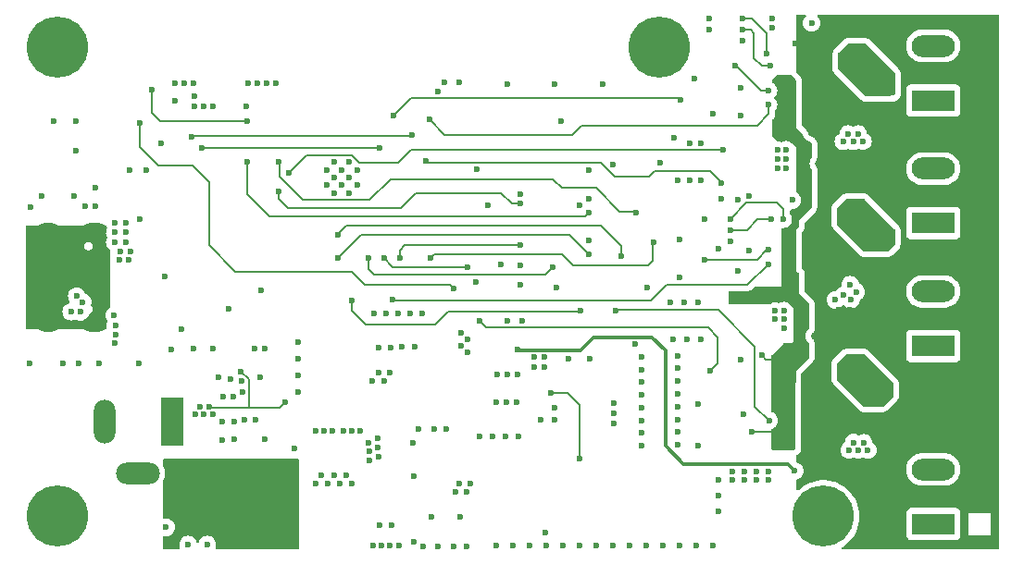
<source format=gbr>
%TF.GenerationSoftware,KiCad,Pcbnew,8.0.4*%
%TF.CreationDate,2025-02-12T15:13:01+01:00*%
%TF.ProjectId,SimpleLedController,53696d70-6c65-44c6-9564-436f6e74726f,A*%
%TF.SameCoordinates,Original*%
%TF.FileFunction,Copper,L4,Bot*%
%TF.FilePolarity,Positive*%
%FSLAX46Y46*%
G04 Gerber Fmt 4.6, Leading zero omitted, Abs format (unit mm)*
G04 Created by KiCad (PCBNEW 8.0.4) date 2025-02-12 15:13:01*
%MOMM*%
%LPD*%
G01*
G04 APERTURE LIST*
%TA.AperFunction,ComponentPad*%
%ADD10C,5.600000*%
%TD*%
%TA.AperFunction,ComponentPad*%
%ADD11C,0.600000*%
%TD*%
%TA.AperFunction,ComponentPad*%
%ADD12C,0.630000*%
%TD*%
%TA.AperFunction,SMDPad,CuDef*%
%ADD13R,2.600000X3.300000*%
%TD*%
%TA.AperFunction,ComponentPad*%
%ADD14R,2.000000X4.500000*%
%TD*%
%TA.AperFunction,ComponentPad*%
%ADD15O,2.000000X4.000000*%
%TD*%
%TA.AperFunction,ComponentPad*%
%ADD16O,4.000000X2.000000*%
%TD*%
%TA.AperFunction,ComponentPad*%
%ADD17R,3.960000X1.980000*%
%TD*%
%TA.AperFunction,ComponentPad*%
%ADD18O,3.960000X1.980000*%
%TD*%
%TA.AperFunction,HeatsinkPad*%
%ADD19C,0.600000*%
%TD*%
%TA.AperFunction,ComponentPad*%
%ADD20O,2.300000X1.300000*%
%TD*%
%TA.AperFunction,ComponentPad*%
%ADD21O,2.100000X1.300000*%
%TD*%
%TA.AperFunction,ViaPad*%
%ADD22C,0.600000*%
%TD*%
%TA.AperFunction,Conductor*%
%ADD23C,0.200000*%
%TD*%
%TA.AperFunction,Conductor*%
%ADD24C,0.300000*%
%TD*%
%TA.AperFunction,Conductor*%
%ADD25C,0.150000*%
%TD*%
G04 APERTURE END LIST*
D10*
%TO.P,H1,1,1*%
%TO.N,GND*%
X103000000Y-108317800D03*
%TD*%
D11*
%TO.P,U24,9,GND*%
%TO.N,GND*%
X171654251Y-97069612D03*
D12*
X171654251Y-98369612D03*
X171654251Y-99669612D03*
D13*
X172304251Y-98369612D03*
D12*
X172954251Y-97069612D03*
X172954251Y-98369612D03*
X172954251Y-99669612D03*
%TD*%
D14*
%TO.P,J1,1*%
%TO.N,/USB_PD/UVP-OVP/Vin*%
X113488600Y-99662000D03*
D15*
%TO.P,J1,2*%
%TO.N,GND*%
X107288600Y-99662000D03*
D16*
%TO.P,J1,3*%
%TO.N,N/C*%
X110288600Y-104362000D03*
%TD*%
D17*
%TO.P,J5,1,Pin_1*%
%TO.N,+12V*%
X183071941Y-109024714D03*
D18*
%TO.P,J5,2,Pin_2*%
%TO.N,/MCU/5V WS2812 and Servo/5V Data{slash}PWM*%
X183071941Y-104024714D03*
%TO.P,J5,3,Pin_3*%
%TO.N,GND*%
X183071941Y-99024714D03*
%TD*%
D19*
%TO.P,U22,41,GND*%
%TO.N,GND*%
X127562808Y-76592820D03*
X127562808Y-77992820D03*
X128262808Y-75892820D03*
X128262808Y-77292820D03*
X128262808Y-78692820D03*
X128962808Y-76592820D03*
X128962808Y-77992820D03*
X129662808Y-75892820D03*
X129662808Y-77292820D03*
X129662808Y-78692820D03*
X130362808Y-76592820D03*
X130362808Y-77992820D03*
%TD*%
D20*
%TO.P,J3,S1,SHIELD*%
%TO.N,Net-(J3-SHIELD)*%
X106325000Y-82112800D03*
D21*
X102125000Y-82112800D03*
D11*
X103505000Y-84442800D03*
X101505000Y-84442800D03*
X103505000Y-88442800D03*
X101505000Y-88442800D03*
D20*
X106325000Y-90772800D03*
D21*
X102125000Y-90772800D03*
%TD*%
D10*
%TO.P,H4,1,1*%
%TO.N,unconnected-(H4-Pad1)*%
X103000000Y-65317800D03*
%TD*%
D17*
%TO.P,J14,1,Pin_1*%
%TO.N,Net-(J14-Pin_1)*%
X183061941Y-81474898D03*
D18*
%TO.P,J14,2,Pin_2*%
%TO.N,Net-(J14-Pin_2)*%
X183061941Y-76474898D03*
%TD*%
D10*
%TO.P,H2,1,1*%
%TO.N,unconnected-(H2-Pad1)*%
X158000000Y-65317800D03*
%TD*%
D17*
%TO.P,J13,1,Pin_1*%
%TO.N,Net-(J13-Pin_1)*%
X183061941Y-70229990D03*
D18*
%TO.P,J13,2,Pin_2*%
%TO.N,Net-(J13-Pin_2)*%
X183061941Y-65229990D03*
%TD*%
D17*
%TO.P,J12,1,Pin_1*%
%TO.N,Net-(J12-Pin_1)*%
X183061941Y-92719806D03*
D18*
%TO.P,J12,2,Pin_2*%
%TO.N,Net-(J12-Pin_2)*%
X183061941Y-87719806D03*
%TD*%
D12*
%TO.P,U27,9,GND*%
%TO.N,GND*%
X171654251Y-68649000D03*
X171654251Y-69949000D03*
X171654251Y-71249000D03*
D13*
X172304251Y-69949000D03*
D12*
X172954251Y-68649000D03*
X172954251Y-69949000D03*
X172954251Y-71249000D03*
%TD*%
D10*
%TO.P,H3,1,1*%
%TO.N,unconnected-(H3-Pad1)*%
X173000000Y-108317800D03*
%TD*%
D12*
%TO.P,U30,9,GND*%
%TO.N,GND*%
X171654251Y-82642520D03*
X171654251Y-83942520D03*
X171654251Y-85242520D03*
D13*
X172304251Y-83942520D03*
D12*
X172954251Y-82642520D03*
X172954251Y-83942520D03*
X172954251Y-85242520D03*
%TD*%
D22*
%TO.N,+12V*%
X174091600Y-88493600D03*
%TO.N,+3V3*%
X120269000Y-70764400D03*
%TO.N,Net-(U24-ISEN)*%
X174701200Y-94386400D03*
%TO.N,+12V*%
X177088800Y-102260400D03*
X159667400Y-100609400D03*
X159664400Y-101752400D03*
X159667400Y-98298000D03*
X159664400Y-99441000D03*
%TO.N,+5V*%
X131902200Y-89763600D03*
%TO.N,Net-(U24-ISEN)*%
X178714400Y-96215200D03*
%TO.N,+12V*%
X176199800Y-73304400D03*
%TO.N,Net-(U30-ISEN)*%
X176555400Y-80594200D03*
X178943000Y-82626200D03*
%TO.N,Net-(U27-ISEN)*%
X178866800Y-68554600D03*
X174802800Y-66090800D03*
%TO.N,GND*%
X142739533Y-100990400D03*
X141554200Y-100990400D03*
%TO.N,/USB_PD/VBUS*%
X144957800Y-97866200D03*
X144068800Y-97866200D03*
X143129000Y-97891600D03*
X146558000Y-93751400D03*
X147497800Y-93726000D03*
X146583400Y-94691200D03*
X147523200Y-94665800D03*
%TO.N,+12V*%
X155778200Y-92549200D03*
%TO.N,GND*%
X156413200Y-101854000D03*
X156413200Y-100689226D03*
X156413200Y-99524455D03*
X156413200Y-98359684D03*
X156413200Y-94865371D03*
X156413200Y-93700600D03*
X143924866Y-100990400D03*
X145110200Y-100990400D03*
X132308600Y-92837000D03*
X177396600Y-63474600D03*
X109245400Y-81483200D03*
X156413200Y-96030142D03*
X140360400Y-106121200D03*
X103482600Y-94337600D03*
X133451600Y-92837000D03*
X127358600Y-100459000D03*
X140480600Y-92093000D03*
X146111614Y-111000000D03*
X120446800Y-68656200D03*
X148440600Y-68709000D03*
X172720000Y-101600000D03*
X114303000Y-91188000D03*
X141252400Y-86819200D03*
X108256600Y-90805000D03*
X139880600Y-92693000D03*
X102644400Y-72112600D03*
X174421800Y-89382600D03*
X106429000Y-78234000D03*
X117681200Y-95607600D03*
X139344400Y-106121200D03*
X164503750Y-83110800D03*
X165430200Y-93970400D03*
X161390684Y-111000000D03*
X108161496Y-89933104D03*
X132816600Y-95885000D03*
X176301400Y-75793600D03*
X134493000Y-92811600D03*
X160518300Y-92102400D03*
X138534600Y-100306600D03*
X159845200Y-86463600D03*
X159032400Y-88698800D03*
X115420600Y-92966000D03*
X121607185Y-87595634D03*
X168354200Y-63578200D03*
X104879600Y-94337600D03*
X132410200Y-109169200D03*
X116665200Y-110898400D03*
X101526800Y-79021400D03*
X159354435Y-73680235D03*
X161521600Y-98046000D03*
X156413200Y-97194913D03*
X120983200Y-92966000D03*
X139776200Y-108331000D03*
X153862000Y-98894900D03*
X151564800Y-83034600D03*
X171808600Y-87251000D03*
X117198600Y-92966000D03*
X156806963Y-111000000D03*
X124968000Y-95402400D03*
X159261000Y-92102400D03*
X176453800Y-63474600D03*
X158092600Y-75897200D03*
X144122600Y-68709000D03*
X145494200Y-90451400D03*
X161547000Y-88698800D03*
X133553200Y-109169200D03*
X153774600Y-76075000D03*
X162537600Y-63756000D03*
X148567600Y-87403400D03*
X163375800Y-105005600D03*
X100434600Y-94337600D03*
X162918600Y-111000000D03*
X139750800Y-105359200D03*
X126596600Y-100459000D03*
X175818800Y-75107800D03*
X110416800Y-94337600D03*
X174917100Y-90170000D03*
X160289700Y-88698800D03*
X155279056Y-111000000D03*
X151615600Y-93855000D03*
X108204000Y-82321400D03*
X148437600Y-99441000D03*
X175945800Y-90170000D03*
X159692800Y-77546200D03*
X118637200Y-89283000D03*
X151564800Y-76608400D03*
X144583707Y-111000000D03*
X160756600Y-77546200D03*
X135486600Y-101602000D03*
X143055800Y-111000000D03*
X147142200Y-99441000D03*
X124615400Y-102084600D03*
X137137600Y-108331000D03*
X106429000Y-79908400D03*
X129136600Y-100459000D03*
X153873200Y-97967800D03*
X147624800Y-109829600D03*
X161848800Y-77546200D03*
X159862777Y-111000000D03*
X139880600Y-91493000D03*
X122140132Y-68656200D03*
X124968000Y-92354400D03*
X128120600Y-100459000D03*
X131724400Y-95885000D03*
X162885535Y-71454865D03*
X121948400Y-92966000D03*
X172824600Y-87251000D03*
X122986800Y-68656200D03*
X170441398Y-64996202D03*
X131800600Y-111023400D03*
X111051800Y-76583000D03*
X161848800Y-74144600D03*
X161775600Y-92102400D03*
X140480600Y-93293000D03*
X108204000Y-81483200D03*
X152223242Y-111000000D03*
X124968000Y-93878400D03*
X121928100Y-101221000D03*
X110493000Y-81129600D03*
X165204600Y-79300800D03*
X114912600Y-110898400D03*
X121538369Y-95608000D03*
X133400800Y-111023400D03*
X177396600Y-62654000D03*
X109245400Y-82321400D03*
X113693400Y-70233000D03*
X108204000Y-83210400D03*
X165478500Y-71655400D03*
X108256600Y-91668600D03*
X149167428Y-111000000D03*
X175450500Y-89382600D03*
X109578600Y-76583000D03*
X129898600Y-100459000D03*
X137769600Y-69429800D03*
X145316400Y-85320600D03*
X149710600Y-93855000D03*
X152834800Y-68709000D03*
X150695335Y-111000000D03*
X130660600Y-100459000D03*
X139725400Y-68554600D03*
X172182241Y-91804105D03*
X104498600Y-78996000D03*
X108229400Y-92481400D03*
X112414759Y-74199554D03*
X174117000Y-75793600D03*
X147639521Y-111000000D03*
X161531565Y-101830235D03*
X159870600Y-82961001D03*
X160756600Y-74154200D03*
X114557000Y-68656200D03*
X109245400Y-83210400D03*
X171935600Y-73222202D03*
X171907200Y-101600000D03*
X138379200Y-68580000D03*
X141328600Y-76497200D03*
X169395600Y-91073603D03*
X175260000Y-75742800D03*
X137442400Y-100332000D03*
X161239200Y-68224400D03*
X176453800Y-62654000D03*
X134213600Y-111023400D03*
X177393600Y-64312800D03*
X148440600Y-98348800D03*
X158334870Y-111000000D03*
X112906000Y-109323600D03*
X163375800Y-107825000D03*
X172697600Y-73222202D03*
X150726600Y-79834200D03*
X174599600Y-75107800D03*
X153850800Y-99822000D03*
X133375400Y-95173800D03*
X165712600Y-98935000D03*
X132588000Y-111023400D03*
X135610600Y-92811600D03*
X135994600Y-100332000D03*
X121293466Y-68656200D03*
X172542200Y-75996800D03*
X173888400Y-90170000D03*
X132334000Y-95173800D03*
X124968000Y-96926400D03*
X170172283Y-79364861D03*
X140716000Y-105359200D03*
X163680600Y-79275400D03*
X163375800Y-106415300D03*
X115420600Y-68656200D03*
X113693400Y-68656200D03*
%TO.N,+5V*%
X135216800Y-89763600D03*
X144097200Y-90451400D03*
X112779000Y-86362000D03*
X133057600Y-89763600D03*
X136296400Y-89763600D03*
X134137200Y-89763600D03*
%TO.N,+3V3*%
X143487600Y-85279400D03*
X166220600Y-83949000D03*
X170815000Y-77419200D03*
X137744200Y-111074200D03*
X168354200Y-62740000D03*
X136448800Y-111074200D03*
X156898800Y-87378000D03*
X116332000Y-70764400D03*
X165636400Y-64772000D03*
X139166600Y-111054000D03*
X135588200Y-104650000D03*
X169421000Y-101652800D03*
X148999400Y-72163400D03*
X165735000Y-87985600D03*
X145316400Y-87082800D03*
X164668200Y-87985600D03*
X145316400Y-78843600D03*
X170132200Y-72468200D03*
X166246000Y-79005200D03*
X165478500Y-69039200D03*
X168659000Y-72468200D03*
X169395600Y-72468200D03*
X166474600Y-100535200D03*
X171300600Y-90857800D03*
X171935600Y-63146400D03*
X135534400Y-110617000D03*
X115468400Y-70764400D03*
X168659000Y-101678200D03*
X142363100Y-79791178D03*
X163452000Y-83771200D03*
X170081400Y-88063800D03*
X140360400Y-111054000D03*
X162537600Y-62765400D03*
X165230000Y-85828600D03*
X115468400Y-69850000D03*
X151564800Y-79250000D03*
X167354000Y-93575600D03*
X162156600Y-81078800D03*
X117170200Y-70764400D03*
%TO.N,/MCU/Buttons/Buttons.BTN1*%
X123218400Y-78538800D03*
X145316400Y-79656400D03*
%TO.N,/USB_PD/UVP-OVP/Vin*%
X113058400Y-104142000D03*
X114125200Y-104142000D03*
X114633200Y-104650000D03*
X122075400Y-106072400D03*
X113591800Y-104650000D03*
X120322800Y-110644400D03*
X116411200Y-106555000D03*
X122776600Y-103532400D03*
X120145000Y-103507000D03*
%TO.N,Net-(Q3-S)*%
X115595400Y-99009200D03*
X109474000Y-84861400D03*
X105279000Y-88692800D03*
X109626400Y-84074000D03*
X116382800Y-99009200D03*
X123802600Y-97842800D03*
X117170200Y-99009200D03*
X116814600Y-98298000D03*
X104724200Y-88138000D03*
X113414000Y-93067600D03*
X104216200Y-89585800D03*
X115976400Y-98298000D03*
X119766869Y-95039167D03*
X105079800Y-89611200D03*
X108740400Y-84050600D03*
X108661200Y-84861400D03*
%TO.N,/MCU/ESP32S3/I2C1.SDA*%
X163807600Y-74752200D03*
X124117000Y-76887800D03*
%TO.N,+12V*%
X169595800Y-75615800D03*
X175361600Y-102260400D03*
X176631600Y-73964800D03*
X175765000Y-101572600D03*
X168808400Y-74777600D03*
X169595800Y-74752200D03*
X169395600Y-90273600D03*
X159664400Y-94716600D03*
X168024000Y-104192800D03*
X165771866Y-105000000D03*
X169395600Y-89486200D03*
X174828200Y-88087200D03*
X164645800Y-105000000D03*
X175539400Y-88468200D03*
X176022000Y-87782400D03*
X164645800Y-104192800D03*
X168808400Y-75615800D03*
X176225200Y-102260400D03*
X168808400Y-76454000D03*
X168608200Y-90273600D03*
X176682400Y-101574600D03*
X168608200Y-89511600D03*
X166897932Y-104192800D03*
X175742600Y-73990200D03*
X175272700Y-73304400D03*
X174828200Y-73990200D03*
X165771866Y-104192800D03*
X168024000Y-105000000D03*
X166897932Y-105000000D03*
X169595800Y-76428600D03*
X159664400Y-97104200D03*
X159667400Y-93624400D03*
X159667400Y-95961200D03*
X175463200Y-87096600D03*
%TO.N,/MCU/ESP32S3/I2C1.SCL*%
X163680600Y-77776800D03*
X136629600Y-75770200D03*
%TO.N,/MCU/5V WS2812 and Servo/5V Data{slash}PWM*%
X145011600Y-93042200D03*
X170386200Y-104142000D03*
%TO.N,/MCU/CH340 prog/UART_PROG.RST*%
X111610600Y-69267800D03*
X120348200Y-72087200D03*
%TO.N,/MCU/CH340 prog/UART_PROG.BOOT*%
X110518400Y-72265000D03*
X139220400Y-87413000D03*
%TO.N,/USB_PD/VBUS*%
X128240366Y-104573800D03*
X148085000Y-96979200D03*
X127702733Y-105308400D03*
X106784600Y-94337600D03*
X119100600Y-99618800D03*
X128811866Y-105308400D03*
X129921000Y-105308400D03*
X118036800Y-99644200D03*
X118113000Y-97385600D03*
X132305600Y-102844600D03*
X104651000Y-72112600D03*
X143179800Y-95326200D03*
X150743591Y-103022400D03*
X126593600Y-105308400D03*
X104651000Y-74855800D03*
X131495800Y-102362000D03*
X131495800Y-103200200D03*
X118062200Y-101322600D03*
X131448000Y-101551200D03*
X129387600Y-104573800D03*
X119100600Y-101295200D03*
X120091200Y-99491800D03*
X119049800Y-97383600D03*
X121056400Y-99466400D03*
X132257800Y-101195600D03*
X119862600Y-96951800D03*
X132280200Y-101981000D03*
X100510800Y-79961200D03*
X118795800Y-95785400D03*
X127093133Y-104573800D03*
X119786400Y-95935800D03*
X105537000Y-79908400D03*
X145008600Y-95300800D03*
%TO.N,/MCU/ESP32S3/I2C2.SDA*%
X155920900Y-80494600D03*
X123218400Y-75871800D03*
%TO.N,/MCU/ESP32S3/VSPI.CS*%
X154536600Y-84457000D03*
X128603200Y-82552000D03*
%TO.N,/MCU/ESP32S3/Hbridge2.IN1*%
X167960600Y-85217000D03*
X133632400Y-88493000D03*
%TO.N,/MCU/ESP32S3/VSPI.MISO*%
X131439533Y-84660200D03*
X148262800Y-85473000D03*
%TO.N,/MCU/ESP32S3/I2C2.SCL*%
X120297400Y-75871800D03*
X151564800Y-80494600D03*
%TO.N,/MCU/CH340 prog/UART_PROG.TX*%
X116182600Y-74551000D03*
X132413200Y-74551000D03*
%TO.N,/MCU/ESP32S3/Hbridge1.IN1*%
X136972500Y-71947500D03*
X167989000Y-70639400D03*
%TO.N,/MCU/ESP32S3/Hbridge3.IN2*%
X140489673Y-85533400D03*
X132819600Y-84660200D03*
X162690000Y-94972600D03*
X141557200Y-90451400D03*
%TO.N,/MCU/ESP32S3/Hbridge2.IN2*%
X157457600Y-83212400D03*
X137112200Y-84660200D03*
%TO.N,/MCU/ESP32S3/VSPI.MOSI*%
X128603200Y-84660200D03*
X151564800Y-84304600D03*
%TO.N,/MCU/ESP32S3/Hbridge3.IN1*%
X145316400Y-83466400D03*
X154028600Y-89486200D03*
X168044332Y-99539532D03*
X134275866Y-84660200D03*
%TO.N,/MCU/CH340 prog/UART_PROG.RX*%
X115217400Y-73535000D03*
X135359600Y-73382820D03*
%TO.N,/MCU/ESP32S3/VSPI.SCK*%
X150828200Y-89486200D03*
X129898600Y-88521000D03*
%TO.N,/MCU/ESP32S3/Hbridge1.IN2*%
X133708600Y-71604600D03*
X159921400Y-70156800D03*
%TO.N,/MCU/POWER SECTION/DRV1/IN22*%
X164934100Y-67066900D03*
X167989000Y-69318600D03*
%TO.N,/MCU/POWER SECTION/DRV2/IN22*%
X162156600Y-84787200D03*
X167960600Y-83921600D03*
%TO.N,Net-(U9-A0)*%
X167834865Y-65911265D03*
X165636400Y-62740000D03*
%TO.N,Net-(U10-A0)*%
X164503750Y-81086450D03*
X169341800Y-81105972D03*
%TO.N,Net-(U9-A1)*%
X168118588Y-67058000D03*
X165636400Y-63724385D03*
%TO.N,Net-(U10-A1)*%
X164503750Y-82120200D03*
X168224200Y-81127600D03*
%TO.N,Net-(U24-ISEN)*%
X178638200Y-97053400D03*
X175031400Y-95123000D03*
X175844200Y-95148400D03*
X177012600Y-97612200D03*
X177800000Y-97764600D03*
X177850800Y-97002600D03*
X176301400Y-94386400D03*
X175488600Y-94386400D03*
%TO.N,Net-(U27-ISEN)*%
X176809400Y-69291200D03*
X175641000Y-66090800D03*
X175209200Y-66827400D03*
X178451932Y-69291200D03*
X177630666Y-69291200D03*
X179324000Y-69545200D03*
X176098200Y-66827400D03*
X176504600Y-66090800D03*
%TO.N,Net-(U30-ISEN)*%
X176784000Y-83362800D03*
X178384200Y-83362800D03*
X176174400Y-79883000D03*
X179247800Y-83362800D03*
X177546000Y-83362800D03*
X175107600Y-79883000D03*
X174574200Y-80568800D03*
X175590200Y-80568800D03*
%TO.N,/USB_PD/VBUS*%
X144119600Y-95300800D03*
%TO.N,GND*%
X153751149Y-111000000D03*
%TD*%
D23*
%TO.N,Net-(U9-A1)*%
X165789985Y-63724385D02*
X165712600Y-63647000D01*
X166674800Y-64058800D02*
X166340385Y-63724385D01*
X166340385Y-63724385D02*
X165789985Y-63724385D01*
X166674800Y-66369200D02*
X166674800Y-64058800D01*
X167363600Y-67058000D02*
X166674800Y-66369200D01*
X168074800Y-67058000D02*
X167363600Y-67058000D01*
%TO.N,/MCU/ESP32S3/VSPI.SCK*%
X131191000Y-90779600D02*
X129898600Y-89487200D01*
X137520600Y-90779600D02*
X131191000Y-90779600D01*
X129898600Y-89487200D02*
X129898600Y-88521000D01*
X138712400Y-89587800D02*
X137520600Y-90779600D01*
X150660000Y-89587800D02*
X138712400Y-89587800D01*
X150828200Y-89419600D02*
X150660000Y-89587800D01*
%TO.N,Net-(Q3-S)*%
X116892800Y-98350800D02*
X116814600Y-98272600D01*
X120475200Y-98350800D02*
X116892800Y-98350800D01*
%TO.N,/USB_PD/VBUS*%
X149634400Y-96979200D02*
X148085000Y-96979200D01*
X150752000Y-98096800D02*
X149634400Y-96979200D01*
X150752000Y-103013991D02*
X150752000Y-98096800D01*
X150743591Y-103022400D02*
X150752000Y-103013991D01*
%TO.N,Net-(J3-SHIELD)*%
X106611175Y-90778838D02*
X102411175Y-90778838D01*
X106611175Y-82118838D02*
X102411175Y-82118838D01*
%TO.N,+3V3*%
X167354000Y-93575600D02*
X167709600Y-93931200D01*
X167709600Y-93931200D02*
X168557400Y-93931200D01*
X166474600Y-100535200D02*
X168557400Y-100535200D01*
%TO.N,/MCU/Buttons/Buttons.BTN1*%
X143538400Y-78691200D02*
X135740600Y-78691200D01*
X134343600Y-80088200D02*
X124031200Y-80088200D01*
X135740600Y-78691200D02*
X134343600Y-80088200D01*
X144503600Y-79656400D02*
X143538400Y-78691200D01*
X145316400Y-79656400D02*
X144503600Y-79656400D01*
X123218400Y-79275400D02*
X123218400Y-78538800D01*
X124031200Y-80088200D02*
X123218400Y-79275400D01*
%TO.N,Net-(Q3-S)*%
X123294600Y-98350800D02*
X120475200Y-98350800D01*
X120500600Y-95772898D02*
X120500600Y-98325400D01*
X123802600Y-97842800D02*
X123294600Y-98350800D01*
X119766869Y-95039167D02*
X120500600Y-95772898D01*
X120500600Y-98325400D02*
X120475200Y-98350800D01*
%TO.N,/MCU/ESP32S3/I2C1.SDA*%
X125711980Y-75292820D02*
X124117000Y-76887800D01*
X163805600Y-74754200D02*
X135327314Y-74754200D01*
X134158914Y-75922600D02*
X130541117Y-75922600D01*
X129911337Y-75292820D02*
X125711980Y-75292820D01*
X163807600Y-74752200D02*
X163805600Y-74754200D01*
X130541117Y-75922600D02*
X129911337Y-75292820D01*
X135327314Y-74754200D02*
X134158914Y-75922600D01*
%TO.N,/MCU/ESP32S3/I2C1.SCL*%
X157102000Y-77167200D02*
X157610000Y-76659200D01*
X162613800Y-76659200D02*
X163731400Y-77776800D01*
X152631600Y-75897200D02*
X153901600Y-77167200D01*
X153901600Y-77167200D02*
X157102000Y-77167200D01*
X136782000Y-75897200D02*
X152631600Y-75897200D01*
X157610000Y-76659200D02*
X162613800Y-76659200D01*
X136655000Y-75770200D02*
X136782000Y-75897200D01*
D24*
%TO.N,/MCU/5V WS2812 and Servo/5V Data{slash}PWM*%
X150802800Y-93093000D02*
X145062400Y-93093000D01*
X157330600Y-91899200D02*
X151996600Y-91899200D01*
X151996600Y-91899200D02*
X150802800Y-93093000D01*
X158549800Y-93118400D02*
X157330600Y-91899200D01*
X158549800Y-101881400D02*
X158549800Y-93118400D01*
X160175400Y-103507000D02*
X158549800Y-101881400D01*
X169751200Y-103507000D02*
X160175400Y-103507000D01*
X170386200Y-104142000D02*
X169751200Y-103507000D01*
X145062400Y-93093000D02*
X145011600Y-93042200D01*
D23*
%TO.N,/MCU/CH340 prog/UART_PROG.RST*%
X112321800Y-72087200D02*
X120348200Y-72087200D01*
X111610600Y-69267800D02*
X111610600Y-71376000D01*
X111610600Y-71376000D02*
X112321800Y-72087200D01*
%TO.N,/MCU/CH340 prog/UART_PROG.BOOT*%
X116843000Y-77700600D02*
X115293600Y-76151200D01*
X116843000Y-83491800D02*
X116843000Y-77700600D01*
X139220400Y-87413000D02*
X138880600Y-87073200D01*
X129898600Y-85904800D02*
X119256000Y-85904800D01*
X131067000Y-87073200D02*
X129898600Y-85904800D01*
X115293600Y-76151200D02*
X112169400Y-76151200D01*
X110518400Y-74500200D02*
X110518400Y-72265000D01*
X138880600Y-87073200D02*
X131067000Y-87073200D01*
X119256000Y-85904800D02*
X116843000Y-83491800D01*
X112169400Y-76151200D02*
X110518400Y-74500200D01*
%TO.N,/MCU/ESP32S3/I2C2.SDA*%
X149075600Y-78259400D02*
X148237400Y-77421200D01*
X154396900Y-80431100D02*
X152225200Y-78259400D01*
X125377400Y-79326200D02*
X123243800Y-77192600D01*
X148237400Y-77421200D02*
X133429200Y-77421200D01*
X152225200Y-78259400D02*
X149075600Y-78259400D01*
X131524200Y-79326200D02*
X125377400Y-79326200D01*
X123243800Y-77192600D02*
X123243800Y-75998800D01*
X123243800Y-75998800D02*
X123396200Y-75846400D01*
X133429200Y-77421200D02*
X131524200Y-79326200D01*
X155920900Y-80431100D02*
X154396900Y-80431100D01*
%TO.N,/MCU/ESP32S3/VSPI.CS*%
X129390600Y-81663000D02*
X152657000Y-81663000D01*
X128501600Y-82552000D02*
X129390600Y-81663000D01*
X152657000Y-81663000D02*
X154536600Y-83542600D01*
X154536600Y-83542600D02*
X154536600Y-84457000D01*
%TO.N,/MCU/ESP32S3/Hbridge2.IN1*%
X133685800Y-88546400D02*
X133632400Y-88493000D01*
X167960600Y-85217000D02*
X166079000Y-87098600D01*
X166079000Y-87098600D02*
X158676800Y-87098600D01*
X158676800Y-87098600D02*
X157229000Y-88546400D01*
X157229000Y-88546400D02*
X133685800Y-88546400D01*
%TO.N,/MCU/ESP32S3/VSPI.MISO*%
X131930600Y-86158800D02*
X131439533Y-85667733D01*
X148262800Y-85473000D02*
X147577000Y-86158800D01*
X131439533Y-85667733D02*
X131439533Y-84660200D01*
X147577000Y-86158800D02*
X131930600Y-86158800D01*
%TO.N,/MCU/ESP32S3/I2C2.SCL*%
X151564800Y-80494600D02*
X151183800Y-80875600D01*
X122329400Y-80875600D02*
X120297400Y-78843600D01*
X120297400Y-78843600D02*
X120297400Y-75871800D01*
X151183800Y-80875600D02*
X122329400Y-80875600D01*
%TO.N,/MCU/CH340 prog/UART_PROG.TX*%
X132362400Y-74601800D02*
X132413200Y-74551000D01*
X116233400Y-74601800D02*
X132362400Y-74601800D01*
X116182600Y-74551000D02*
X116233400Y-74601800D01*
%TO.N,/MCU/ESP32S3/Hbridge1.IN1*%
X150040800Y-73357200D02*
X150879000Y-72519000D01*
X167989000Y-71487200D02*
X167989000Y-70639400D01*
X150879000Y-72519000D02*
X166957200Y-72519000D01*
X138382200Y-73357200D02*
X150040800Y-73357200D01*
X136972500Y-71947500D02*
X138382200Y-73357200D01*
X166957200Y-72519000D02*
X167989000Y-71487200D01*
%TO.N,/MCU/ESP32S3/Hbridge3.IN2*%
X140429273Y-85473000D02*
X140489673Y-85533400D01*
X141557200Y-90451400D02*
X142157200Y-91051400D01*
X163347400Y-94315200D02*
X162690000Y-94972600D01*
X163347400Y-91922600D02*
X163347400Y-94315200D01*
X133632400Y-85473000D02*
X140429273Y-85473000D01*
X162476200Y-91051400D02*
X163347400Y-91922600D01*
X132819600Y-84660200D02*
X133632400Y-85473000D01*
X142157200Y-91051400D02*
X162476200Y-91051400D01*
%TO.N,/MCU/ESP32S3/Hbridge2.IN2*%
X137112200Y-84660200D02*
X137417000Y-84355400D01*
X149075600Y-84355400D02*
X150091600Y-85371400D01*
X157432200Y-83237800D02*
X157457600Y-83212400D01*
X157432200Y-84939600D02*
X157432200Y-83237800D01*
X157000400Y-85371400D02*
X157432200Y-84939600D01*
X137417000Y-84355400D02*
X149075600Y-84355400D01*
X150091600Y-85371400D02*
X157000400Y-85371400D01*
%TO.N,/MCU/ESP32S3/VSPI.MOSI*%
X130736800Y-82552000D02*
X128628600Y-84660200D01*
X128628600Y-84660200D02*
X128628600Y-84711000D01*
X151387000Y-84304600D02*
X151387000Y-84126800D01*
X151387000Y-84126800D02*
X149812200Y-82552000D01*
X149812200Y-82552000D02*
X130736800Y-82552000D01*
%TO.N,/MCU/ESP32S3/Hbridge3.IN1*%
X166754000Y-98249200D02*
X168044332Y-99539532D01*
X154028600Y-89486200D02*
X154079400Y-89435400D01*
X134750000Y-83466400D02*
X134275866Y-83940534D01*
X145316400Y-83466400D02*
X134750000Y-83466400D01*
X154079400Y-89435400D02*
X163426600Y-89435400D01*
X166754000Y-92762800D02*
X166754000Y-98249200D01*
X134275866Y-83940534D02*
X134275866Y-84660200D01*
X163426600Y-89435400D02*
X166754000Y-92762800D01*
%TO.N,/MCU/CH340 prog/UART_PROG.RX*%
X115293600Y-73458800D02*
X115217400Y-73535000D01*
X135283620Y-73458800D02*
X115293600Y-73458800D01*
X135359600Y-73382820D02*
X135283620Y-73458800D01*
%TO.N,/MCU/ESP32S3/Hbridge1.IN2*%
X159921400Y-70156800D02*
X159769000Y-70004400D01*
X159769000Y-70029800D02*
X135283400Y-70029800D01*
X135283400Y-70029800D02*
X133708600Y-71604600D01*
%TO.N,/MCU/POWER SECTION/DRV1/IN22*%
X167287400Y-69318600D02*
X167989000Y-69318600D01*
X164934100Y-67066900D02*
X165035700Y-67066900D01*
X165035700Y-67066900D02*
X167287400Y-69318600D01*
%TO.N,/MCU/POWER SECTION/DRV2/IN22*%
X167797400Y-83921600D02*
X166931800Y-84787200D01*
X166931800Y-84787200D02*
X162156600Y-84787200D01*
X167960600Y-83921600D02*
X167797400Y-83921600D01*
%TO.N,Net-(U9-A0)*%
X167834865Y-65911265D02*
X167834865Y-64100265D01*
X166474600Y-62740000D02*
X165560200Y-62740000D01*
X167834865Y-64100265D02*
X166474600Y-62740000D01*
%TO.N,Net-(U10-A0)*%
X165992000Y-79580200D02*
X164503750Y-81068450D01*
D25*
X168709800Y-79580200D02*
X165992000Y-79580200D01*
X169341800Y-80212200D02*
X168709800Y-79580200D01*
X169341800Y-81105972D02*
X169341800Y-80212200D01*
D23*
X164503750Y-81068450D02*
X164503750Y-81086450D01*
%TO.N,Net-(U10-A1)*%
X168224200Y-81127600D02*
X167010000Y-81127600D01*
X167010000Y-81127600D02*
X166017400Y-82120200D01*
X166017400Y-82120200D02*
X164518800Y-82120200D01*
%TD*%
%TA.AperFunction,Conductor*%
%TO.N,+3V3*%
G36*
X170046277Y-67890485D02*
G01*
X170066919Y-67907119D01*
X170467432Y-68307632D01*
X170500917Y-68368955D01*
X170503751Y-68395313D01*
X170503751Y-71646870D01*
X170503752Y-71646876D01*
X170510159Y-71706481D01*
X170514823Y-71718985D01*
X170530782Y-71761774D01*
X170538600Y-71805106D01*
X170538600Y-72722200D01*
X171110963Y-73294563D01*
X171144448Y-73355886D01*
X171146502Y-73368360D01*
X171150230Y-73401449D01*
X171150231Y-73401454D01*
X171209810Y-73571723D01*
X171209811Y-73571724D01*
X171305784Y-73724464D01*
X171433338Y-73852018D01*
X171586078Y-73947991D01*
X171756345Y-74007570D01*
X171789439Y-74011298D01*
X171853850Y-74038362D01*
X171863237Y-74046837D01*
X171899281Y-74082881D01*
X171932766Y-74144204D01*
X171935600Y-74170562D01*
X171935600Y-75422036D01*
X171916049Y-75488617D01*
X171916089Y-75488642D01*
X171916001Y-75488781D01*
X171915915Y-75489075D01*
X171915119Y-75490185D01*
X171816411Y-75647276D01*
X171756831Y-75817545D01*
X171756830Y-75817550D01*
X171736635Y-75996796D01*
X171736635Y-75996803D01*
X171756830Y-76176049D01*
X171756831Y-76176054D01*
X171816411Y-76346323D01*
X171916089Y-76504958D01*
X171913561Y-76506545D01*
X171934953Y-76558913D01*
X171935600Y-76571563D01*
X171935600Y-80036838D01*
X171915915Y-80103877D01*
X171899281Y-80124519D01*
X170818000Y-81205799D01*
X170818000Y-81744672D01*
X170798315Y-81811711D01*
X170768312Y-81843938D01*
X170646703Y-81934975D01*
X170560457Y-82050184D01*
X170560453Y-82050191D01*
X170510159Y-82185037D01*
X170503752Y-82244636D01*
X170503751Y-82244655D01*
X170503751Y-85640390D01*
X170503752Y-85640396D01*
X170510159Y-85700003D01*
X170560453Y-85834848D01*
X170560457Y-85834855D01*
X170629609Y-85927229D01*
X170646705Y-85950066D01*
X170736143Y-86017019D01*
X170768311Y-86041100D01*
X170810182Y-86097034D01*
X170818000Y-86140367D01*
X170818000Y-87936800D01*
X171696081Y-88814881D01*
X171729566Y-88876204D01*
X171732400Y-88902562D01*
X171732400Y-91072818D01*
X171712715Y-91139857D01*
X171684076Y-91168259D01*
X171685423Y-91169948D01*
X171679976Y-91174291D01*
X171552425Y-91301842D01*
X171456452Y-91454581D01*
X171396872Y-91624850D01*
X171396871Y-91624855D01*
X171376676Y-91804101D01*
X171376676Y-91804108D01*
X171396871Y-91983354D01*
X171396872Y-91983359D01*
X171456452Y-92153628D01*
X171552425Y-92306367D01*
X171679978Y-92433920D01*
X171685425Y-92438264D01*
X171683463Y-92440723D01*
X171720586Y-92482567D01*
X171732400Y-92535391D01*
X171732400Y-93676638D01*
X171712715Y-93743677D01*
X171696081Y-93764319D01*
X170487800Y-94972599D01*
X170487800Y-96064238D01*
X170468115Y-96131277D01*
X170464642Y-96135585D01*
X170462400Y-96141000D01*
X170462400Y-102113000D01*
X170442715Y-102180039D01*
X170389911Y-102225794D01*
X170338400Y-102237000D01*
X168376600Y-102237000D01*
X168309561Y-102217315D01*
X168263806Y-102164511D01*
X168252600Y-102113000D01*
X168252600Y-100402730D01*
X168272285Y-100335691D01*
X168325089Y-100289936D01*
X168335637Y-100285691D01*
X168393854Y-100265321D01*
X168546594Y-100169348D01*
X168674148Y-100041794D01*
X168770121Y-99889054D01*
X168829700Y-99718787D01*
X168844352Y-99588747D01*
X168849897Y-99539535D01*
X168849897Y-99539528D01*
X168829701Y-99360282D01*
X168829700Y-99360277D01*
X168770120Y-99190008D01*
X168674147Y-99037269D01*
X168546594Y-98909716D01*
X168393852Y-98813741D01*
X168335644Y-98793373D01*
X168278869Y-98752651D01*
X168253122Y-98687698D01*
X168252600Y-98676332D01*
X168252600Y-93601562D01*
X168272285Y-93534523D01*
X168288919Y-93513881D01*
X169308481Y-92494319D01*
X169369804Y-92460834D01*
X169396162Y-92458000D01*
X170132200Y-92458000D01*
X170284600Y-92305600D01*
X170284600Y-89232200D01*
X169929000Y-88876600D01*
X169927232Y-88874832D01*
X169903270Y-88860697D01*
X169897861Y-88856383D01*
X169745123Y-88760411D01*
X169574854Y-88700831D01*
X169574849Y-88700830D01*
X169395604Y-88680635D01*
X169395596Y-88680635D01*
X169216350Y-88700830D01*
X169216337Y-88700833D01*
X169046078Y-88760410D01*
X169046077Y-88760410D01*
X169039064Y-88764817D01*
X168971827Y-88783812D01*
X168932144Y-88776860D01*
X168787462Y-88726233D01*
X168787449Y-88726230D01*
X168608204Y-88706035D01*
X168608196Y-88706035D01*
X168428950Y-88726230D01*
X168428945Y-88726231D01*
X168258676Y-88785811D01*
X168144436Y-88857594D01*
X168078464Y-88876600D01*
X164439600Y-88876600D01*
X164372561Y-88856915D01*
X164326806Y-88804111D01*
X164315600Y-88752600D01*
X164315600Y-87823100D01*
X164335285Y-87756061D01*
X164388089Y-87710306D01*
X164439600Y-87699100D01*
X165992331Y-87699100D01*
X165992347Y-87699101D01*
X165999943Y-87699101D01*
X166158054Y-87699101D01*
X166158057Y-87699101D01*
X166310785Y-87658177D01*
X166360904Y-87629239D01*
X166447716Y-87579120D01*
X166559520Y-87467316D01*
X166559520Y-87467314D01*
X166569728Y-87457107D01*
X166569730Y-87457104D01*
X166739515Y-87287319D01*
X166800838Y-87253834D01*
X166827196Y-87251000D01*
X169141600Y-87251000D01*
X169141600Y-82027736D01*
X169161285Y-81960697D01*
X169214089Y-81914942D01*
X169279484Y-81904516D01*
X169341797Y-81911537D01*
X169341800Y-81911537D01*
X169341804Y-81911537D01*
X169521049Y-81891341D01*
X169521052Y-81891340D01*
X169521055Y-81891340D01*
X169691322Y-81831761D01*
X169844062Y-81735788D01*
X169971616Y-81608234D01*
X170067589Y-81455494D01*
X170127168Y-81285227D01*
X170129368Y-81265705D01*
X170147365Y-81105975D01*
X170147365Y-81105968D01*
X170127169Y-80926722D01*
X170127168Y-80926717D01*
X170068441Y-80758886D01*
X170067589Y-80756450D01*
X169971616Y-80603710D01*
X169953619Y-80585713D01*
X169920134Y-80524390D01*
X169917300Y-80498032D01*
X169917300Y-80481461D01*
X169936985Y-80414422D01*
X169953614Y-80393785D01*
X170146891Y-80200508D01*
X170208210Y-80167026D01*
X170220679Y-80164973D01*
X170287919Y-80157396D01*
X170351532Y-80150230D01*
X170351535Y-80150229D01*
X170351538Y-80150229D01*
X170521805Y-80090650D01*
X170674545Y-79994677D01*
X170802099Y-79867123D01*
X170898072Y-79714383D01*
X170957651Y-79544116D01*
X170957652Y-79544110D01*
X170977848Y-79364864D01*
X170977848Y-79364857D01*
X170957652Y-79185611D01*
X170957651Y-79185606D01*
X170926347Y-79096145D01*
X170898072Y-79015339D01*
X170802099Y-78862599D01*
X170674545Y-78735045D01*
X170674543Y-78735043D01*
X170596627Y-78686085D01*
X170550337Y-78633750D01*
X170538600Y-78581092D01*
X170538600Y-74525600D01*
X170132200Y-74119200D01*
X170128719Y-74119200D01*
X170062747Y-74100194D01*
X169945323Y-74026411D01*
X169775054Y-73966831D01*
X169775049Y-73966830D01*
X169595804Y-73946635D01*
X169595796Y-73946635D01*
X169416550Y-73966830D01*
X169416537Y-73966833D01*
X169246278Y-74026410D01*
X169246277Y-74026410D01*
X169239264Y-74030817D01*
X169172027Y-74049812D01*
X169132344Y-74042860D01*
X168987662Y-73992233D01*
X168987650Y-73992230D01*
X168832170Y-73974712D01*
X168767756Y-73947645D01*
X168758373Y-73939173D01*
X168365119Y-73545919D01*
X168331634Y-73484596D01*
X168328800Y-73458238D01*
X168328800Y-72047998D01*
X168348485Y-71980959D01*
X168365119Y-71960317D01*
X168406936Y-71918500D01*
X168469520Y-71855916D01*
X168548577Y-71718984D01*
X168589501Y-71566257D01*
X168589501Y-71408142D01*
X168589501Y-71400547D01*
X168589500Y-71400529D01*
X168589500Y-71221812D01*
X168609185Y-71154773D01*
X168616555Y-71144497D01*
X168618810Y-71141667D01*
X168618816Y-71141662D01*
X168714789Y-70988922D01*
X168774368Y-70818655D01*
X168794565Y-70639400D01*
X168774368Y-70460145D01*
X168714789Y-70289878D01*
X168618816Y-70137138D01*
X168548359Y-70066681D01*
X168514874Y-70005358D01*
X168519858Y-69935666D01*
X168548359Y-69891319D01*
X168561501Y-69878177D01*
X168618816Y-69820862D01*
X168714789Y-69668122D01*
X168774368Y-69497855D01*
X168794565Y-69318600D01*
X168774368Y-69139345D01*
X168714789Y-68969078D01*
X168618816Y-68816338D01*
X168491262Y-68688784D01*
X168386827Y-68623163D01*
X168340537Y-68570829D01*
X168328800Y-68518170D01*
X168328800Y-68430162D01*
X168348485Y-68363123D01*
X168365119Y-68342481D01*
X168800481Y-67907119D01*
X168861804Y-67873634D01*
X168888162Y-67870800D01*
X169979238Y-67870800D01*
X170046277Y-67890485D01*
G37*
%TD.AperFunction*%
%TD*%
%TA.AperFunction,Conductor*%
%TO.N,Net-(J3-SHIELD)*%
G36*
X107397879Y-81682685D02*
G01*
X107443634Y-81735489D01*
X107447882Y-81746046D01*
X107478211Y-81832723D01*
X107480477Y-81836329D01*
X107481228Y-81838989D01*
X107481231Y-81838994D01*
X107481230Y-81838994D01*
X107499477Y-81903566D01*
X107480477Y-81968271D01*
X107478209Y-81971878D01*
X107418633Y-82142137D01*
X107418630Y-82142150D01*
X107398435Y-82321396D01*
X107398435Y-82321403D01*
X107418630Y-82500649D01*
X107418633Y-82500662D01*
X107478209Y-82670919D01*
X107496437Y-82699930D01*
X107515436Y-82767167D01*
X107496437Y-82831870D01*
X107478209Y-82860880D01*
X107418633Y-83031137D01*
X107418630Y-83031150D01*
X107398435Y-83210396D01*
X107398435Y-83210403D01*
X107418630Y-83389649D01*
X107418631Y-83389654D01*
X107478211Y-83559923D01*
X107574184Y-83712662D01*
X107701740Y-83840218D01*
X107742571Y-83865873D01*
X107788863Y-83918207D01*
X107800600Y-83970867D01*
X107800600Y-89145928D01*
X107780915Y-89212967D01*
X107742573Y-89250921D01*
X107659237Y-89303285D01*
X107659235Y-89303286D01*
X107531680Y-89430841D01*
X107435707Y-89583580D01*
X107376127Y-89753849D01*
X107376126Y-89753854D01*
X107355931Y-89933100D01*
X107355931Y-89933107D01*
X107376126Y-90112353D01*
X107376127Y-90112358D01*
X107435707Y-90282627D01*
X107503871Y-90391109D01*
X107522871Y-90458346D01*
X107515919Y-90498035D01*
X107471232Y-90625742D01*
X107471230Y-90625750D01*
X107451035Y-90804996D01*
X107451035Y-90805003D01*
X107471230Y-90984249D01*
X107471232Y-90984257D01*
X107484805Y-91023046D01*
X107488366Y-91092825D01*
X107453637Y-91153452D01*
X107391644Y-91185679D01*
X107367763Y-91188000D01*
X100170100Y-91188000D01*
X100103061Y-91168315D01*
X100057306Y-91115511D01*
X100046100Y-91064000D01*
X100046100Y-89585796D01*
X103410635Y-89585796D01*
X103410635Y-89585803D01*
X103430830Y-89765049D01*
X103430831Y-89765054D01*
X103490411Y-89935323D01*
X103586384Y-90088062D01*
X103713938Y-90215616D01*
X103754362Y-90241016D01*
X103861871Y-90308569D01*
X103866678Y-90311589D01*
X104036945Y-90371168D01*
X104036950Y-90371169D01*
X104216196Y-90391365D01*
X104216200Y-90391365D01*
X104216204Y-90391365D01*
X104395449Y-90371169D01*
X104395452Y-90371168D01*
X104395455Y-90371168D01*
X104565722Y-90311589D01*
X104565723Y-90311587D01*
X104565729Y-90311586D01*
X104571995Y-90308569D01*
X104573098Y-90310859D01*
X104629026Y-90295043D01*
X104693761Y-90314044D01*
X104730275Y-90336988D01*
X104900545Y-90396568D01*
X104900550Y-90396569D01*
X105079796Y-90416765D01*
X105079800Y-90416765D01*
X105079804Y-90416765D01*
X105259049Y-90396569D01*
X105259052Y-90396568D01*
X105259055Y-90396568D01*
X105429322Y-90336989D01*
X105582062Y-90241016D01*
X105709616Y-90113462D01*
X105805589Y-89960722D01*
X105865168Y-89790455D01*
X105865168Y-89790449D01*
X105866360Y-89787045D01*
X105907081Y-89730269D01*
X105951313Y-89708223D01*
X105959587Y-89706007D01*
X106050913Y-89653280D01*
X106125480Y-89578713D01*
X106178207Y-89487387D01*
X106205500Y-89385527D01*
X106205500Y-89280073D01*
X106178207Y-89178213D01*
X106125480Y-89086887D01*
X106079615Y-89041022D01*
X106046130Y-88979699D01*
X106050254Y-88912387D01*
X106064368Y-88872055D01*
X106065725Y-88860011D01*
X106084565Y-88692803D01*
X106084565Y-88692796D01*
X106064369Y-88513550D01*
X106064368Y-88513545D01*
X106004788Y-88343276D01*
X105908815Y-88190537D01*
X105781262Y-88062984D01*
X105628524Y-87967012D01*
X105628523Y-87967011D01*
X105552629Y-87940454D01*
X105495853Y-87899732D01*
X105476546Y-87864374D01*
X105449989Y-87788478D01*
X105354016Y-87635738D01*
X105226462Y-87508184D01*
X105073723Y-87412211D01*
X104903454Y-87352631D01*
X104903449Y-87352630D01*
X104724204Y-87332435D01*
X104724196Y-87332435D01*
X104544950Y-87352630D01*
X104544945Y-87352631D01*
X104374676Y-87412211D01*
X104221937Y-87508184D01*
X104094384Y-87635737D01*
X103998411Y-87788476D01*
X103938831Y-87958745D01*
X103938830Y-87958750D01*
X103918635Y-88137996D01*
X103918635Y-88138003D01*
X103938830Y-88317249D01*
X103938831Y-88317254D01*
X103998411Y-88487522D01*
X104083807Y-88623429D01*
X104102807Y-88690664D01*
X104082440Y-88757500D01*
X104029172Y-88802714D01*
X104019768Y-88806441D01*
X103866680Y-88860009D01*
X103713937Y-88955984D01*
X103586384Y-89083537D01*
X103490411Y-89236276D01*
X103430831Y-89406545D01*
X103430830Y-89406550D01*
X103410635Y-89585796D01*
X100046100Y-89585796D01*
X100046100Y-83500073D01*
X105404500Y-83500073D01*
X105404500Y-83605526D01*
X105431793Y-83707386D01*
X105431794Y-83707389D01*
X105445922Y-83731859D01*
X105484520Y-83798713D01*
X105559087Y-83873280D01*
X105650413Y-83926007D01*
X105752273Y-83953300D01*
X105752275Y-83953300D01*
X105857725Y-83953300D01*
X105857727Y-83953300D01*
X105959587Y-83926007D01*
X106050913Y-83873280D01*
X106125480Y-83798713D01*
X106178207Y-83707387D01*
X106205500Y-83605527D01*
X106205500Y-83500073D01*
X106178207Y-83398213D01*
X106125480Y-83306887D01*
X106050913Y-83232320D01*
X105959587Y-83179593D01*
X105857727Y-83152300D01*
X105752273Y-83152300D01*
X105650413Y-83179593D01*
X105650410Y-83179594D01*
X105559085Y-83232321D01*
X105484521Y-83306885D01*
X105431794Y-83398210D01*
X105431793Y-83398213D01*
X105404500Y-83500073D01*
X100046100Y-83500073D01*
X100046100Y-81787000D01*
X100065785Y-81719961D01*
X100118589Y-81674206D01*
X100170100Y-81663000D01*
X107330840Y-81663000D01*
X107397879Y-81682685D01*
G37*
%TD.AperFunction*%
%TD*%
%TA.AperFunction,Conductor*%
%TO.N,GND*%
G36*
X171363099Y-62374185D02*
G01*
X171408854Y-62426989D01*
X171418798Y-62496147D01*
X171389773Y-62559703D01*
X171383741Y-62566181D01*
X171305784Y-62644137D01*
X171209811Y-62796876D01*
X171150231Y-62967145D01*
X171150230Y-62967150D01*
X171130035Y-63146396D01*
X171130035Y-63146403D01*
X171150230Y-63325649D01*
X171150231Y-63325654D01*
X171209811Y-63495923D01*
X171305784Y-63648662D01*
X171433338Y-63776216D01*
X171586078Y-63872189D01*
X171756345Y-63931768D01*
X171756350Y-63931769D01*
X171935596Y-63951965D01*
X171935600Y-63951965D01*
X171935604Y-63951965D01*
X172114849Y-63931769D01*
X172114852Y-63931768D01*
X172114855Y-63931768D01*
X172285122Y-63872189D01*
X172437862Y-63776216D01*
X172565416Y-63648662D01*
X172661389Y-63495922D01*
X172720968Y-63325655D01*
X172741165Y-63146400D01*
X172720968Y-62967145D01*
X172661389Y-62796878D01*
X172565416Y-62644138D01*
X172487459Y-62566181D01*
X172453974Y-62504858D01*
X172458958Y-62435166D01*
X172500830Y-62379233D01*
X172566294Y-62354816D01*
X172575140Y-62354500D01*
X188921100Y-62354500D01*
X188988139Y-62374185D01*
X189033894Y-62426989D01*
X189045100Y-62478500D01*
X189045100Y-111229500D01*
X189025415Y-111296539D01*
X188972611Y-111342294D01*
X188921100Y-111353500D01*
X174803088Y-111353500D01*
X174736049Y-111333815D01*
X174690294Y-111281011D01*
X174680350Y-111211853D01*
X174709375Y-111148297D01*
X174739156Y-111123251D01*
X174854919Y-111053600D01*
X175139837Y-110837011D01*
X175399668Y-110590886D01*
X175631365Y-110318111D01*
X175832211Y-110021885D01*
X175999853Y-109705680D01*
X176132324Y-109373203D01*
X176228071Y-109028352D01*
X176285972Y-108675171D01*
X176305348Y-108317800D01*
X176287404Y-107986849D01*
X180591441Y-107986849D01*
X180591441Y-110062584D01*
X180591442Y-110062590D01*
X180597849Y-110122197D01*
X180648143Y-110257042D01*
X180648147Y-110257049D01*
X180734393Y-110372258D01*
X180734396Y-110372261D01*
X180849605Y-110458507D01*
X180849612Y-110458511D01*
X180984458Y-110508805D01*
X180984457Y-110508805D01*
X180991385Y-110509549D01*
X181044068Y-110515214D01*
X185099813Y-110515213D01*
X185159424Y-110508805D01*
X185294272Y-110458510D01*
X185409487Y-110372260D01*
X185495737Y-110257045D01*
X185546032Y-110122197D01*
X185552441Y-110062587D01*
X185552441Y-110042200D01*
X186274200Y-110042200D01*
X188274200Y-110042200D01*
X188274200Y-108042200D01*
X186274200Y-108042200D01*
X186274200Y-110042200D01*
X185552441Y-110042200D01*
X185552440Y-107986842D01*
X185546032Y-107927231D01*
X185495737Y-107792383D01*
X185495736Y-107792382D01*
X185495734Y-107792378D01*
X185409488Y-107677169D01*
X185409485Y-107677166D01*
X185294276Y-107590920D01*
X185294269Y-107590916D01*
X185159423Y-107540622D01*
X185159424Y-107540622D01*
X185099824Y-107534215D01*
X185099822Y-107534214D01*
X185099814Y-107534214D01*
X185099805Y-107534214D01*
X181044070Y-107534214D01*
X181044064Y-107534215D01*
X180984457Y-107540622D01*
X180849612Y-107590916D01*
X180849605Y-107590920D01*
X180734396Y-107677166D01*
X180734393Y-107677169D01*
X180648147Y-107792378D01*
X180648143Y-107792385D01*
X180597849Y-107927231D01*
X180594280Y-107960431D01*
X180591442Y-107986837D01*
X180591441Y-107986849D01*
X176287404Y-107986849D01*
X176285972Y-107960429D01*
X176280529Y-107927231D01*
X176228073Y-107607260D01*
X176228072Y-107607259D01*
X176228071Y-107607248D01*
X176132324Y-107262397D01*
X175999853Y-106929920D01*
X175832211Y-106613715D01*
X175631365Y-106317489D01*
X175631361Y-106317484D01*
X175631358Y-106317480D01*
X175399668Y-106044714D01*
X175139837Y-105798589D01*
X175139830Y-105798583D01*
X175139827Y-105798581D01*
X175072245Y-105747207D01*
X174854919Y-105582000D01*
X174548253Y-105397485D01*
X174548252Y-105397484D01*
X174548248Y-105397482D01*
X174548244Y-105397480D01*
X174223447Y-105247214D01*
X174223441Y-105247211D01*
X174223435Y-105247209D01*
X174053854Y-105190070D01*
X173884273Y-105132931D01*
X173534744Y-105055994D01*
X173178949Y-105017300D01*
X173178948Y-105017300D01*
X172821052Y-105017300D01*
X172821050Y-105017300D01*
X172465255Y-105055994D01*
X172115726Y-105132931D01*
X171859970Y-105219106D01*
X171776565Y-105247209D01*
X171776563Y-105247210D01*
X171776552Y-105247214D01*
X171451755Y-105397480D01*
X171451751Y-105397482D01*
X171256080Y-105515214D01*
X171145081Y-105582000D01*
X171056768Y-105649133D01*
X170860172Y-105798581D01*
X170860165Y-105798586D01*
X170860163Y-105798589D01*
X170747872Y-105904956D01*
X170685667Y-105936767D01*
X170616136Y-105929897D01*
X170561357Y-105886526D01*
X170538722Y-105820424D01*
X170538600Y-105814931D01*
X170538600Y-105024748D01*
X170558285Y-104957709D01*
X170611089Y-104911954D01*
X170621646Y-104907706D01*
X170643143Y-104900183D01*
X170735722Y-104867789D01*
X170888462Y-104771816D01*
X171016016Y-104644262D01*
X171111989Y-104491522D01*
X171171568Y-104321255D01*
X171191765Y-104142000D01*
X171171568Y-103962745D01*
X171152205Y-103907409D01*
X180591441Y-103907409D01*
X180591441Y-104142018D01*
X180628142Y-104373741D01*
X180700638Y-104596864D01*
X180700640Y-104596867D01*
X180789781Y-104771816D01*
X180807153Y-104805909D01*
X180945045Y-104995703D01*
X180945049Y-104995708D01*
X181110946Y-105161605D01*
X181110951Y-105161609D01*
X181276499Y-105281885D01*
X181300749Y-105299504D01*
X181493037Y-105397480D01*
X181509790Y-105406016D01*
X181621351Y-105442264D01*
X181732915Y-105478513D01*
X181964636Y-105515214D01*
X181964637Y-105515214D01*
X184179245Y-105515214D01*
X184179246Y-105515214D01*
X184410967Y-105478513D01*
X184634094Y-105406015D01*
X184843133Y-105299504D01*
X185032937Y-105161604D01*
X185198831Y-104995710D01*
X185336731Y-104805906D01*
X185443242Y-104596867D01*
X185515740Y-104373740D01*
X185552441Y-104142019D01*
X185552441Y-103907409D01*
X185515740Y-103675688D01*
X185443242Y-103452561D01*
X185336731Y-103243522D01*
X185226885Y-103092331D01*
X185198836Y-103053724D01*
X185198832Y-103053719D01*
X185032935Y-102887822D01*
X185032930Y-102887818D01*
X184843136Y-102749926D01*
X184843135Y-102749925D01*
X184843133Y-102749924D01*
X184716916Y-102685613D01*
X184634091Y-102643411D01*
X184410968Y-102570915D01*
X184268478Y-102548347D01*
X184179246Y-102534214D01*
X181964636Y-102534214D01*
X181887395Y-102546447D01*
X181732913Y-102570915D01*
X181509790Y-102643411D01*
X181300745Y-102749926D01*
X181110951Y-102887818D01*
X181110946Y-102887822D01*
X180945049Y-103053719D01*
X180945045Y-103053724D01*
X180807153Y-103243518D01*
X180700638Y-103452563D01*
X180628142Y-103675686D01*
X180591441Y-103907409D01*
X171152205Y-103907409D01*
X171111989Y-103792478D01*
X171016016Y-103639738D01*
X170888462Y-103512184D01*
X170778247Y-103442931D01*
X170735721Y-103416210D01*
X170621646Y-103376294D01*
X170564870Y-103335572D01*
X170539122Y-103270619D01*
X170538600Y-103259252D01*
X170538600Y-102792719D01*
X170558285Y-102725680D01*
X170595561Y-102688403D01*
X170599900Y-102685614D01*
X170599904Y-102685613D01*
X170720943Y-102607825D01*
X170773747Y-102562070D01*
X170867967Y-102453336D01*
X170927738Y-102322459D01*
X170945962Y-102260396D01*
X174556035Y-102260396D01*
X174556035Y-102260403D01*
X174576230Y-102439649D01*
X174576231Y-102439654D01*
X174635811Y-102609923D01*
X174711856Y-102730947D01*
X174731784Y-102762662D01*
X174859338Y-102890216D01*
X175012078Y-102986189D01*
X175182345Y-103045768D01*
X175182350Y-103045769D01*
X175361596Y-103065965D01*
X175361600Y-103065965D01*
X175361604Y-103065965D01*
X175540849Y-103045769D01*
X175540852Y-103045768D01*
X175540855Y-103045768D01*
X175711122Y-102986189D01*
X175727427Y-102975943D01*
X175794663Y-102956943D01*
X175859372Y-102975943D01*
X175875676Y-102986188D01*
X175875678Y-102986189D01*
X176045945Y-103045768D01*
X176045950Y-103045769D01*
X176225196Y-103065965D01*
X176225200Y-103065965D01*
X176225204Y-103065965D01*
X176404449Y-103045769D01*
X176404452Y-103045768D01*
X176404455Y-103045768D01*
X176574722Y-102986189D01*
X176591027Y-102975943D01*
X176658263Y-102956943D01*
X176722972Y-102975943D01*
X176739276Y-102986188D01*
X176739278Y-102986189D01*
X176909545Y-103045768D01*
X176909550Y-103045769D01*
X177088796Y-103065965D01*
X177088800Y-103065965D01*
X177088804Y-103065965D01*
X177268049Y-103045769D01*
X177268052Y-103045768D01*
X177268055Y-103045768D01*
X177438322Y-102986189D01*
X177591062Y-102890216D01*
X177718616Y-102762662D01*
X177814589Y-102609922D01*
X177874168Y-102439655D01*
X177894365Y-102260400D01*
X177893803Y-102255416D01*
X177874169Y-102081150D01*
X177874168Y-102081145D01*
X177814588Y-101910876D01*
X177718615Y-101758137D01*
X177591061Y-101630583D01*
X177537460Y-101596903D01*
X177491169Y-101544568D01*
X177480212Y-101505791D01*
X177467769Y-101395350D01*
X177467768Y-101395345D01*
X177408188Y-101225076D01*
X177312215Y-101072337D01*
X177184662Y-100944784D01*
X177031923Y-100848811D01*
X176861654Y-100789231D01*
X176861649Y-100789230D01*
X176682404Y-100769035D01*
X176682396Y-100769035D01*
X176503150Y-100789230D01*
X176503137Y-100789233D01*
X176332882Y-100848808D01*
X176291262Y-100874960D01*
X176224025Y-100893959D01*
X176159318Y-100874958D01*
X176114524Y-100846811D01*
X175944254Y-100787231D01*
X175944249Y-100787230D01*
X175765004Y-100767035D01*
X175764996Y-100767035D01*
X175585750Y-100787230D01*
X175585745Y-100787231D01*
X175415476Y-100846811D01*
X175262737Y-100942784D01*
X175135184Y-101070337D01*
X175039210Y-101223078D01*
X174979630Y-101393350D01*
X174966715Y-101507975D01*
X174939648Y-101572389D01*
X174909469Y-101599084D01*
X174859336Y-101630585D01*
X174731784Y-101758137D01*
X174635811Y-101910876D01*
X174576231Y-102081145D01*
X174576230Y-102081150D01*
X174556035Y-102260396D01*
X170945962Y-102260396D01*
X170947423Y-102255420D01*
X170947424Y-102255416D01*
X170967900Y-102113000D01*
X170967900Y-96241250D01*
X170972423Y-96209803D01*
X170972214Y-96209762D01*
X170972339Y-96209123D01*
X170972214Y-96209092D01*
X170972819Y-96206669D01*
X170972823Y-96206658D01*
X170972824Y-96206654D01*
X170993300Y-96064238D01*
X170993300Y-95233346D01*
X171012985Y-95166307D01*
X171029619Y-95145665D01*
X171760922Y-94414363D01*
X173716100Y-94414363D01*
X173716100Y-95708640D01*
X173718997Y-95762688D01*
X173718997Y-95762689D01*
X173721829Y-95789022D01*
X173721832Y-95789049D01*
X173730485Y-95842445D01*
X173730485Y-95842447D01*
X173760808Y-95923743D01*
X173780768Y-95977257D01*
X173814253Y-96038580D01*
X173900477Y-96153761D01*
X173900481Y-96153765D01*
X173900486Y-96153771D01*
X175188813Y-97442097D01*
X176367839Y-98621123D01*
X176367855Y-98621137D01*
X176367862Y-98621144D01*
X176408080Y-98657271D01*
X176408092Y-98657281D01*
X176408100Y-98657288D01*
X176428742Y-98673922D01*
X176472626Y-98705567D01*
X176603503Y-98765338D01*
X176670542Y-98785023D01*
X176670546Y-98785024D01*
X176812962Y-98805500D01*
X176812965Y-98805500D01*
X178361240Y-98805500D01*
X178371386Y-98804955D01*
X178415278Y-98802603D01*
X178415286Y-98802602D01*
X178415288Y-98802602D01*
X178415289Y-98802602D01*
X178422282Y-98801849D01*
X178441636Y-98799769D01*
X178441646Y-98799767D01*
X178441649Y-98799767D01*
X178451248Y-98798211D01*
X178495048Y-98791114D01*
X178629857Y-98740832D01*
X178691180Y-98707347D01*
X178806361Y-98621123D01*
X179749723Y-97677761D01*
X179785888Y-97637500D01*
X179802522Y-97616858D01*
X179834167Y-97572974D01*
X179893938Y-97442097D01*
X179913623Y-97375058D01*
X179913624Y-97375054D01*
X179934100Y-97232638D01*
X179934100Y-96192362D01*
X179931203Y-96138322D01*
X179928369Y-96111964D01*
X179919714Y-96058552D01*
X179869432Y-95923743D01*
X179835947Y-95862420D01*
X179749723Y-95747239D01*
X179749718Y-95747234D01*
X179749713Y-95747228D01*
X177155376Y-93152892D01*
X177155370Y-93152886D01*
X177155361Y-93152877D01*
X177155337Y-93152855D01*
X177115119Y-93116728D01*
X177115107Y-93116718D01*
X177094456Y-93100076D01*
X177050574Y-93068433D01*
X176919700Y-93008663D01*
X176852655Y-92988976D01*
X176805182Y-92982150D01*
X176710238Y-92968500D01*
X175161962Y-92968500D01*
X175161960Y-92968500D01*
X175107911Y-92971397D01*
X175107910Y-92971397D01*
X175081577Y-92974229D01*
X175081550Y-92974232D01*
X175028154Y-92982885D01*
X175028152Y-92982885D01*
X174893347Y-93033166D01*
X174832022Y-93066651D01*
X174716840Y-93152876D01*
X174716828Y-93152886D01*
X173900492Y-93969223D01*
X173900455Y-93969262D01*
X173864328Y-94009480D01*
X173864318Y-94009492D01*
X173847676Y-94030143D01*
X173816033Y-94074025D01*
X173756263Y-94204899D01*
X173736576Y-94271944D01*
X173716100Y-94414363D01*
X171760922Y-94414363D01*
X172053523Y-94121762D01*
X172089688Y-94081500D01*
X172106322Y-94060858D01*
X172137967Y-94016974D01*
X172197738Y-93886097D01*
X172217423Y-93819058D01*
X172217424Y-93819054D01*
X172237900Y-93676638D01*
X172237900Y-92535391D01*
X172235728Y-92515735D01*
X172225715Y-92425075D01*
X172225714Y-92425071D01*
X172225713Y-92425062D01*
X172213899Y-92372238D01*
X172213896Y-92372229D01*
X172177921Y-92267217D01*
X172150938Y-92226291D01*
X172098723Y-92147093D01*
X172068666Y-92113214D01*
X172063781Y-92102839D01*
X172037420Y-92076478D01*
X171960018Y-91999076D01*
X171942710Y-91977371D01*
X171922207Y-91944741D01*
X171910159Y-91919724D01*
X171897431Y-91883350D01*
X171891252Y-91856280D01*
X171886937Y-91817975D01*
X171886938Y-91790216D01*
X171891251Y-91751934D01*
X171897427Y-91724866D01*
X171910160Y-91688478D01*
X171913308Y-91681941D01*
X180581441Y-91681941D01*
X180581441Y-93757676D01*
X180581442Y-93757682D01*
X180587849Y-93817289D01*
X180638143Y-93952134D01*
X180638147Y-93952141D01*
X180724393Y-94067350D01*
X180724396Y-94067353D01*
X180839605Y-94153599D01*
X180839612Y-94153603D01*
X180974458Y-94203897D01*
X180974457Y-94203897D01*
X180981385Y-94204641D01*
X181034068Y-94210306D01*
X185089813Y-94210305D01*
X185149424Y-94203897D01*
X185284272Y-94153602D01*
X185399487Y-94067352D01*
X185485737Y-93952137D01*
X185536032Y-93817289D01*
X185542441Y-93757679D01*
X185542440Y-91681934D01*
X185536032Y-91622323D01*
X185499203Y-91523580D01*
X185485738Y-91487477D01*
X185485734Y-91487470D01*
X185399488Y-91372261D01*
X185399485Y-91372258D01*
X185284276Y-91286012D01*
X185284269Y-91286008D01*
X185149423Y-91235714D01*
X185149424Y-91235714D01*
X185089824Y-91229307D01*
X185089822Y-91229306D01*
X185089814Y-91229306D01*
X185089805Y-91229306D01*
X181034070Y-91229306D01*
X181034064Y-91229307D01*
X180974457Y-91235714D01*
X180839612Y-91286008D01*
X180839605Y-91286012D01*
X180724396Y-91372258D01*
X180724393Y-91372261D01*
X180638147Y-91487470D01*
X180638143Y-91487477D01*
X180587849Y-91622323D01*
X180586934Y-91630839D01*
X180581442Y-91681929D01*
X180581441Y-91681941D01*
X171913308Y-91681941D01*
X171922202Y-91663472D01*
X171942711Y-91630832D01*
X171960015Y-91609134D01*
X172037418Y-91531733D01*
X172037417Y-91531732D01*
X172042059Y-91527091D01*
X172045718Y-91523580D01*
X172053643Y-91516278D01*
X172053649Y-91516269D01*
X172056343Y-91513193D01*
X172061965Y-91507185D01*
X172063633Y-91505516D01*
X172066682Y-91501531D01*
X172066538Y-91501415D01*
X172077818Y-91487477D01*
X172137967Y-91413154D01*
X172197738Y-91282277D01*
X172217423Y-91215238D01*
X172217424Y-91215234D01*
X172237900Y-91072818D01*
X172237900Y-88902562D01*
X172235003Y-88848522D01*
X172234422Y-88843122D01*
X172232170Y-88822177D01*
X172232167Y-88822150D01*
X172223514Y-88768754D01*
X172223514Y-88768752D01*
X172173232Y-88633943D01*
X172139747Y-88572620D01*
X172080590Y-88493596D01*
X173286035Y-88493596D01*
X173286035Y-88493603D01*
X173306230Y-88672849D01*
X173306231Y-88672854D01*
X173365811Y-88843123D01*
X173445824Y-88970462D01*
X173461784Y-88995862D01*
X173589338Y-89123416D01*
X173669212Y-89173604D01*
X173727622Y-89210306D01*
X173742078Y-89219389D01*
X173839756Y-89253568D01*
X173912345Y-89278968D01*
X173912350Y-89278969D01*
X174091596Y-89299165D01*
X174091600Y-89299165D01*
X174091604Y-89299165D01*
X174270849Y-89278969D01*
X174270852Y-89278968D01*
X174270855Y-89278968D01*
X174441122Y-89219389D01*
X174593862Y-89123416D01*
X174721416Y-88995862D01*
X174721419Y-88995856D01*
X174725759Y-88990416D01*
X174726848Y-88991284D01*
X174773412Y-88950082D01*
X174842463Y-88939419D01*
X174906317Y-88967781D01*
X174913775Y-88974653D01*
X175037138Y-89098016D01*
X175189878Y-89193989D01*
X175360145Y-89253568D01*
X175360150Y-89253569D01*
X175539396Y-89273765D01*
X175539400Y-89273765D01*
X175539404Y-89273765D01*
X175718649Y-89253569D01*
X175718652Y-89253568D01*
X175718655Y-89253568D01*
X175888922Y-89193989D01*
X176041662Y-89098016D01*
X176169216Y-88970462D01*
X176265189Y-88817722D01*
X176324768Y-88647455D01*
X176331406Y-88588531D01*
X176358471Y-88524122D01*
X176388649Y-88497427D01*
X176524262Y-88412216D01*
X176651816Y-88284662D01*
X176747789Y-88131922D01*
X176807368Y-87961655D01*
X176807369Y-87961649D01*
X176827565Y-87782403D01*
X176827565Y-87782396D01*
X176807369Y-87603150D01*
X176807368Y-87603145D01*
X176807143Y-87602501D01*
X180581441Y-87602501D01*
X180581441Y-87837110D01*
X180618142Y-88068833D01*
X180690638Y-88291956D01*
X180743895Y-88396478D01*
X180795329Y-88497423D01*
X180797153Y-88501001D01*
X180935045Y-88690795D01*
X180935049Y-88690800D01*
X181100946Y-88856697D01*
X181100951Y-88856701D01*
X181214804Y-88939419D01*
X181290749Y-88994596D01*
X181493720Y-89098015D01*
X181499790Y-89101108D01*
X181611351Y-89137356D01*
X181722915Y-89173605D01*
X181954636Y-89210306D01*
X181954637Y-89210306D01*
X184169245Y-89210306D01*
X184169246Y-89210306D01*
X184400967Y-89173605D01*
X184624094Y-89101107D01*
X184833133Y-88994596D01*
X185022937Y-88856696D01*
X185188831Y-88690802D01*
X185326731Y-88500998D01*
X185433242Y-88291959D01*
X185505740Y-88068832D01*
X185542441Y-87837111D01*
X185542441Y-87602501D01*
X185505740Y-87370780D01*
X185451925Y-87205153D01*
X185433243Y-87147655D01*
X185433242Y-87147653D01*
X185326731Y-86938614D01*
X185233410Y-86810168D01*
X185188836Y-86748816D01*
X185188832Y-86748811D01*
X185022935Y-86582914D01*
X185022930Y-86582910D01*
X184833136Y-86445018D01*
X184833135Y-86445017D01*
X184833133Y-86445016D01*
X184687498Y-86370811D01*
X184624091Y-86338503D01*
X184400968Y-86266007D01*
X184285106Y-86247656D01*
X184169246Y-86229306D01*
X181954636Y-86229306D01*
X181877395Y-86241539D01*
X181722913Y-86266007D01*
X181499790Y-86338503D01*
X181290745Y-86445018D01*
X181100951Y-86582910D01*
X181100946Y-86582914D01*
X180935049Y-86748811D01*
X180935045Y-86748816D01*
X180797153Y-86938610D01*
X180690638Y-87147655D01*
X180618142Y-87370778D01*
X180581441Y-87602501D01*
X176807143Y-87602501D01*
X176747788Y-87432876D01*
X176702882Y-87361409D01*
X176651816Y-87280138D01*
X176524262Y-87152584D01*
X176516414Y-87147653D01*
X176371524Y-87056612D01*
X176371525Y-87056612D01*
X176333396Y-87043270D01*
X176276621Y-87002547D01*
X176251132Y-86940111D01*
X176248568Y-86917345D01*
X176188989Y-86747078D01*
X176093016Y-86594338D01*
X175965462Y-86466784D01*
X175930822Y-86445018D01*
X175812723Y-86370811D01*
X175642454Y-86311231D01*
X175642449Y-86311230D01*
X175463204Y-86291035D01*
X175463196Y-86291035D01*
X175283950Y-86311230D01*
X175283945Y-86311231D01*
X175113676Y-86370811D01*
X174960937Y-86466784D01*
X174833384Y-86594337D01*
X174737411Y-86747076D01*
X174677831Y-86917345D01*
X174677830Y-86917350D01*
X174657635Y-87096596D01*
X174657635Y-87096605D01*
X174668479Y-87192858D01*
X174656424Y-87261680D01*
X174609074Y-87313058D01*
X174586214Y-87323781D01*
X174478680Y-87361409D01*
X174325937Y-87457384D01*
X174198386Y-87584935D01*
X174198381Y-87584942D01*
X174168572Y-87632381D01*
X174116237Y-87678671D01*
X174077464Y-87689627D01*
X173912349Y-87708230D01*
X173912345Y-87708231D01*
X173742076Y-87767811D01*
X173589337Y-87863784D01*
X173461784Y-87991337D01*
X173365811Y-88144076D01*
X173306231Y-88314345D01*
X173306230Y-88314350D01*
X173286035Y-88493596D01*
X172080590Y-88493596D01*
X172053523Y-88457439D01*
X172053518Y-88457434D01*
X172053513Y-88457428D01*
X171359819Y-87763734D01*
X171326334Y-87702411D01*
X171323500Y-87676053D01*
X171323500Y-86140362D01*
X171315469Y-86050624D01*
X171315469Y-86050622D01*
X171307651Y-86007285D01*
X171283812Y-85920386D01*
X171283811Y-85920385D01*
X171283811Y-85920383D01*
X171214858Y-85794102D01*
X171214857Y-85794100D01*
X171214855Y-85794097D01*
X171172992Y-85738174D01*
X171172978Y-85738158D01*
X171071258Y-85636436D01*
X171071252Y-85636431D01*
X171071249Y-85636428D01*
X171058937Y-85627211D01*
X171017068Y-85571276D01*
X171009251Y-85527946D01*
X171009251Y-82357090D01*
X171028936Y-82290051D01*
X171058939Y-82257824D01*
X171071250Y-82248609D01*
X171138293Y-82188386D01*
X171168296Y-82156159D01*
X171223567Y-82085008D01*
X171283338Y-81954131D01*
X171303023Y-81887092D01*
X171303024Y-81887088D01*
X171323500Y-81744672D01*
X171323500Y-81466546D01*
X171343185Y-81399507D01*
X171359819Y-81378865D01*
X171632712Y-81105972D01*
X172256723Y-80481962D01*
X172292888Y-80441700D01*
X172309522Y-80421058D01*
X172341167Y-80377174D01*
X172400938Y-80246297D01*
X172417362Y-80190363D01*
X173716100Y-80190363D01*
X173716100Y-81484640D01*
X173718997Y-81538688D01*
X173718997Y-81538689D01*
X173721829Y-81565022D01*
X173721832Y-81565049D01*
X173730485Y-81618445D01*
X173730485Y-81618447D01*
X173756204Y-81687400D01*
X173780768Y-81753257D01*
X173814253Y-81814580D01*
X173900477Y-81929761D01*
X173900481Y-81929765D01*
X173900486Y-81929771D01*
X175360351Y-83389635D01*
X176367839Y-84397123D01*
X176367855Y-84397137D01*
X176367862Y-84397144D01*
X176408080Y-84433271D01*
X176408092Y-84433281D01*
X176408100Y-84433288D01*
X176428742Y-84449922D01*
X176472626Y-84481567D01*
X176603503Y-84541338D01*
X176670542Y-84561023D01*
X176670546Y-84561024D01*
X176812962Y-84581500D01*
X176812965Y-84581500D01*
X178869240Y-84581500D01*
X178879386Y-84580955D01*
X178923278Y-84578603D01*
X178923286Y-84578602D01*
X178923288Y-84578602D01*
X178923289Y-84578602D01*
X178930282Y-84577849D01*
X178949636Y-84575769D01*
X178949646Y-84575767D01*
X178949649Y-84575767D01*
X178959248Y-84574211D01*
X179003048Y-84567114D01*
X179137857Y-84516832D01*
X179199180Y-84483347D01*
X179314361Y-84397123D01*
X179656258Y-84055225D01*
X179677953Y-84037924D01*
X179750062Y-83992616D01*
X179877616Y-83865062D01*
X179973589Y-83712322D01*
X179985998Y-83676854D01*
X179990247Y-83666296D01*
X180020938Y-83599096D01*
X180040623Y-83532057D01*
X180040624Y-83532054D01*
X180061100Y-83389638D01*
X180061100Y-82095362D01*
X180058203Y-82041322D01*
X180055369Y-82014964D01*
X180046714Y-81961552D01*
X179996432Y-81826743D01*
X179962947Y-81765420D01*
X179876723Y-81650239D01*
X179876718Y-81650234D01*
X179876713Y-81650228D01*
X178663518Y-80437033D01*
X180581441Y-80437033D01*
X180581441Y-82512768D01*
X180581442Y-82512774D01*
X180587849Y-82572381D01*
X180638143Y-82707226D01*
X180638147Y-82707233D01*
X180724393Y-82822442D01*
X180724396Y-82822445D01*
X180839605Y-82908691D01*
X180839612Y-82908695D01*
X180974458Y-82958989D01*
X180974457Y-82958989D01*
X180981385Y-82959733D01*
X181034068Y-82965398D01*
X185089813Y-82965397D01*
X185149424Y-82958989D01*
X185284272Y-82908694D01*
X185399487Y-82822444D01*
X185485737Y-82707229D01*
X185536032Y-82572381D01*
X185542441Y-82512771D01*
X185542440Y-80437026D01*
X185536032Y-80377415D01*
X185511451Y-80311511D01*
X185485738Y-80242569D01*
X185485734Y-80242562D01*
X185399488Y-80127353D01*
X185399485Y-80127350D01*
X185284276Y-80041104D01*
X185284269Y-80041100D01*
X185149423Y-79990806D01*
X185149424Y-79990806D01*
X185089824Y-79984399D01*
X185089822Y-79984398D01*
X185089814Y-79984398D01*
X185089805Y-79984398D01*
X181034070Y-79984398D01*
X181034064Y-79984399D01*
X180974457Y-79990806D01*
X180839612Y-80041100D01*
X180839605Y-80041104D01*
X180724396Y-80127350D01*
X180724393Y-80127353D01*
X180638147Y-80242562D01*
X180638143Y-80242569D01*
X180587849Y-80377415D01*
X180581442Y-80437014D01*
X180581442Y-80437021D01*
X180581441Y-80437033D01*
X178663518Y-80437033D01*
X177155376Y-78928892D01*
X177155370Y-78928886D01*
X177155361Y-78928877D01*
X177155337Y-78928855D01*
X177115119Y-78892728D01*
X177115107Y-78892718D01*
X177094456Y-78876076D01*
X177050574Y-78844433D01*
X176919700Y-78784663D01*
X176852655Y-78764976D01*
X176805182Y-78758150D01*
X176710238Y-78744500D01*
X175161962Y-78744500D01*
X175161960Y-78744500D01*
X175107911Y-78747397D01*
X175107910Y-78747397D01*
X175081577Y-78750229D01*
X175081550Y-78750232D01*
X175028154Y-78758885D01*
X175028152Y-78758885D01*
X174893347Y-78809166D01*
X174832022Y-78842651D01*
X174716840Y-78928876D01*
X174716828Y-78928886D01*
X173900492Y-79745223D01*
X173900455Y-79745262D01*
X173864328Y-79785480D01*
X173864318Y-79785492D01*
X173847676Y-79806143D01*
X173816033Y-79850025D01*
X173756263Y-79980899D01*
X173738585Y-80041104D01*
X173736577Y-80047942D01*
X173736576Y-80047946D01*
X173717697Y-80179258D01*
X173716100Y-80190363D01*
X172417362Y-80190363D01*
X172420623Y-80179258D01*
X172420624Y-80179254D01*
X172441100Y-80036838D01*
X172441100Y-76571563D01*
X172440440Y-76545742D01*
X172439793Y-76533092D01*
X172437815Y-76507337D01*
X172402915Y-76367754D01*
X172398764Y-76357593D01*
X180581441Y-76357593D01*
X180581441Y-76592202D01*
X180618142Y-76823925D01*
X180690638Y-77047048D01*
X180797153Y-77256093D01*
X180935045Y-77445887D01*
X180935049Y-77445892D01*
X181100946Y-77611789D01*
X181100951Y-77611793D01*
X181266499Y-77732069D01*
X181290749Y-77749688D01*
X181499788Y-77856199D01*
X181499790Y-77856200D01*
X181611351Y-77892448D01*
X181722915Y-77928697D01*
X181954636Y-77965398D01*
X181954637Y-77965398D01*
X184169245Y-77965398D01*
X184169246Y-77965398D01*
X184400967Y-77928697D01*
X184624094Y-77856199D01*
X184833133Y-77749688D01*
X185022937Y-77611788D01*
X185188831Y-77445894D01*
X185326731Y-77256090D01*
X185433242Y-77047051D01*
X185505740Y-76823924D01*
X185542441Y-76592203D01*
X185542441Y-76357593D01*
X185505740Y-76125872D01*
X185459289Y-75982911D01*
X185433243Y-75902747D01*
X185415535Y-75867994D01*
X185326731Y-75693706D01*
X185232823Y-75564452D01*
X185188836Y-75503908D01*
X185188832Y-75503903D01*
X185022935Y-75338006D01*
X185022930Y-75338002D01*
X184833136Y-75200110D01*
X184833135Y-75200109D01*
X184833133Y-75200108D01*
X184728613Y-75146852D01*
X184624091Y-75093595D01*
X184400968Y-75021099D01*
X184285106Y-75002748D01*
X184169246Y-74984398D01*
X181954636Y-74984398D01*
X181877395Y-74996631D01*
X181722913Y-75021099D01*
X181499790Y-75093595D01*
X181290745Y-75200110D01*
X181100951Y-75338002D01*
X181100946Y-75338006D01*
X180935049Y-75503903D01*
X180935045Y-75503908D01*
X180797153Y-75693702D01*
X180690638Y-75902747D01*
X180618142Y-76125870D01*
X180581441Y-76357593D01*
X172398764Y-76357593D01*
X172371227Y-76290181D01*
X172370026Y-76289203D01*
X172358929Y-76269365D01*
X172344107Y-76236014D01*
X172344105Y-76236011D01*
X172344103Y-76236006D01*
X172282166Y-76137437D01*
X172270118Y-76112419D01*
X172257390Y-76076045D01*
X172251211Y-76048975D01*
X172246896Y-76010670D01*
X172246897Y-75982911D01*
X172251210Y-75944629D01*
X172257388Y-75917558D01*
X172270117Y-75881178D01*
X172282162Y-75856167D01*
X172339321Y-75765201D01*
X172341690Y-75761577D01*
X172341842Y-75761352D01*
X172341834Y-75761347D01*
X172342133Y-75760837D01*
X172344117Y-75757570D01*
X172358414Y-75734820D01*
X172366554Y-75715245D01*
X172378517Y-75692824D01*
X172380831Y-75684555D01*
X172389367Y-75670896D01*
X172401070Y-75631039D01*
X172401071Y-75631040D01*
X172420622Y-75564459D01*
X172420624Y-75564452D01*
X172441100Y-75422036D01*
X172441100Y-74170562D01*
X172438203Y-74116522D01*
X172435369Y-74090164D01*
X172426714Y-74036752D01*
X172409349Y-73990196D01*
X174022635Y-73990196D01*
X174022635Y-73990203D01*
X174042830Y-74169449D01*
X174042831Y-74169454D01*
X174102411Y-74339723D01*
X174182424Y-74467062D01*
X174198384Y-74492462D01*
X174325938Y-74620016D01*
X174399220Y-74666062D01*
X174438252Y-74690588D01*
X174478678Y-74715989D01*
X174576356Y-74750168D01*
X174648945Y-74775568D01*
X174648950Y-74775569D01*
X174828196Y-74795765D01*
X174828200Y-74795765D01*
X174828204Y-74795765D01*
X175007449Y-74775569D01*
X175007452Y-74775568D01*
X175007455Y-74775568D01*
X175177722Y-74715989D01*
X175219427Y-74689784D01*
X175286664Y-74670783D01*
X175351373Y-74689784D01*
X175393075Y-74715988D01*
X175563345Y-74775568D01*
X175563350Y-74775569D01*
X175742596Y-74795765D01*
X175742600Y-74795765D01*
X175742604Y-74795765D01*
X175921849Y-74775569D01*
X175921852Y-74775568D01*
X175921855Y-74775568D01*
X176092122Y-74715989D01*
X176141342Y-74685061D01*
X176208574Y-74666062D01*
X176273285Y-74685064D01*
X176282079Y-74690590D01*
X176452337Y-74750166D01*
X176452343Y-74750167D01*
X176452345Y-74750168D01*
X176452346Y-74750168D01*
X176452350Y-74750169D01*
X176631596Y-74770365D01*
X176631600Y-74770365D01*
X176631604Y-74770365D01*
X176810849Y-74750169D01*
X176810852Y-74750168D01*
X176810855Y-74750168D01*
X176981122Y-74690589D01*
X177133862Y-74594616D01*
X177261416Y-74467062D01*
X177357389Y-74314322D01*
X177416968Y-74144055D01*
X177416969Y-74144049D01*
X177437165Y-73964803D01*
X177437165Y-73964796D01*
X177416969Y-73785550D01*
X177416968Y-73785545D01*
X177395936Y-73725439D01*
X177357389Y-73615278D01*
X177261416Y-73462538D01*
X177133862Y-73334984D01*
X177133860Y-73334982D01*
X177049844Y-73282191D01*
X177003554Y-73229856D01*
X176992597Y-73191080D01*
X176985169Y-73125150D01*
X176985168Y-73125145D01*
X176925588Y-72954876D01*
X176829615Y-72802137D01*
X176702062Y-72674584D01*
X176549323Y-72578611D01*
X176379054Y-72519031D01*
X176379049Y-72519030D01*
X176199804Y-72498835D01*
X176199796Y-72498835D01*
X176020550Y-72519030D01*
X176020537Y-72519033D01*
X175850282Y-72578608D01*
X175802221Y-72608807D01*
X175734984Y-72627806D01*
X175670279Y-72608807D01*
X175622217Y-72578608D01*
X175451962Y-72519033D01*
X175451949Y-72519030D01*
X175272704Y-72498835D01*
X175272696Y-72498835D01*
X175093450Y-72519030D01*
X175093445Y-72519031D01*
X174923176Y-72578611D01*
X174770437Y-72674584D01*
X174642884Y-72802137D01*
X174546910Y-72954878D01*
X174487330Y-73125150D01*
X174477789Y-73209830D01*
X174450722Y-73274243D01*
X174420542Y-73300938D01*
X174325941Y-73360381D01*
X174325939Y-73360382D01*
X174198384Y-73487937D01*
X174102411Y-73640676D01*
X174042831Y-73810945D01*
X174042830Y-73810950D01*
X174022635Y-73990196D01*
X172409349Y-73990196D01*
X172376432Y-73901943D01*
X172342947Y-73840620D01*
X172256723Y-73725439D01*
X172256718Y-73725434D01*
X172256714Y-73725429D01*
X172220697Y-73689413D01*
X172220679Y-73689395D01*
X172201988Y-73671633D01*
X172192601Y-73663158D01*
X172192590Y-73663148D01*
X172173031Y-73646375D01*
X172049668Y-73572330D01*
X172049666Y-73572329D01*
X171985255Y-73545265D01*
X171985254Y-73545265D01*
X171984721Y-73545041D01*
X171981887Y-73544387D01*
X171913414Y-73526539D01*
X171903736Y-73523590D01*
X171819980Y-73494283D01*
X171794962Y-73482234D01*
X171762332Y-73461731D01*
X171740623Y-73444419D01*
X171713382Y-73417178D01*
X171696069Y-73395468D01*
X171675566Y-73362837D01*
X171663518Y-73337821D01*
X171648683Y-73295425D01*
X171643548Y-73275305D01*
X171643528Y-73275309D01*
X171643463Y-73274972D01*
X171643372Y-73274615D01*
X171643231Y-73273755D01*
X171638396Y-73248434D01*
X171588114Y-73113625D01*
X171554629Y-73052302D01*
X171468405Y-72937121D01*
X171468400Y-72937116D01*
X171468395Y-72937110D01*
X171080419Y-72549134D01*
X171046934Y-72487811D01*
X171044100Y-72461453D01*
X171044100Y-71805101D01*
X171036070Y-71715373D01*
X171036068Y-71715357D01*
X171036068Y-71715352D01*
X171028250Y-71672020D01*
X171028247Y-71672009D01*
X171013669Y-71618867D01*
X171009251Y-71586063D01*
X171009251Y-68395310D01*
X171006353Y-68341262D01*
X171006353Y-68341261D01*
X171003521Y-68314928D01*
X171003518Y-68314901D01*
X170994865Y-68261505D01*
X170994865Y-68261503D01*
X170944584Y-68126698D01*
X170944583Y-68126694D01*
X170911098Y-68065371D01*
X170824874Y-67950190D01*
X170824869Y-67950185D01*
X170824864Y-67950179D01*
X170574919Y-67700234D01*
X170541434Y-67638911D01*
X170538600Y-67612553D01*
X170538600Y-65966363D01*
X173843100Y-65966363D01*
X173843100Y-67260640D01*
X173845997Y-67314688D01*
X173845997Y-67314689D01*
X173848829Y-67341022D01*
X173848832Y-67341049D01*
X173857485Y-67394445D01*
X173857485Y-67394447D01*
X173870734Y-67429968D01*
X173907768Y-67529257D01*
X173941253Y-67590580D01*
X174027477Y-67705761D01*
X174027481Y-67705765D01*
X174027486Y-67705771D01*
X175279788Y-68958072D01*
X176494839Y-70173123D01*
X176494855Y-70173137D01*
X176494862Y-70173144D01*
X176535080Y-70209271D01*
X176535092Y-70209281D01*
X176535100Y-70209288D01*
X176555742Y-70225922D01*
X176599626Y-70257567D01*
X176730503Y-70317338D01*
X176797542Y-70337023D01*
X176797546Y-70337024D01*
X176939962Y-70357500D01*
X176939965Y-70357500D01*
X178996240Y-70357500D01*
X179006386Y-70356955D01*
X179050278Y-70354603D01*
X179050286Y-70354602D01*
X179050288Y-70354602D01*
X179050289Y-70354602D01*
X179057282Y-70353849D01*
X179076636Y-70351769D01*
X179076655Y-70351766D01*
X179130039Y-70343116D01*
X179130042Y-70343114D01*
X179130048Y-70343114D01*
X179131509Y-70342568D01*
X179132624Y-70342431D01*
X179135939Y-70341554D01*
X179136059Y-70342008D01*
X179188740Y-70335524D01*
X179306988Y-70348848D01*
X179323999Y-70350765D01*
X179324000Y-70350765D01*
X179324003Y-70350765D01*
X179503249Y-70330569D01*
X179503252Y-70330568D01*
X179503255Y-70330568D01*
X179673522Y-70270989D01*
X179826262Y-70175016D01*
X179953816Y-70047462D01*
X180049789Y-69894722D01*
X180109368Y-69724455D01*
X180116364Y-69662366D01*
X180129565Y-69545203D01*
X180129565Y-69545196D01*
X180109368Y-69365947D01*
X180109368Y-69365945D01*
X180081484Y-69286256D01*
X180068058Y-69247886D01*
X180061100Y-69206932D01*
X180061100Y-69192125D01*
X180581441Y-69192125D01*
X180581441Y-71267860D01*
X180581442Y-71267866D01*
X180587849Y-71327473D01*
X180638143Y-71462318D01*
X180638147Y-71462325D01*
X180724393Y-71577534D01*
X180724396Y-71577537D01*
X180839605Y-71663783D01*
X180839612Y-71663787D01*
X180974458Y-71714081D01*
X180974457Y-71714081D01*
X180981385Y-71714825D01*
X181034068Y-71720490D01*
X185089813Y-71720489D01*
X185149424Y-71714081D01*
X185284272Y-71663786D01*
X185399487Y-71577536D01*
X185485737Y-71462321D01*
X185536032Y-71327473D01*
X185542441Y-71267863D01*
X185542440Y-69192118D01*
X185536032Y-69132507D01*
X185485737Y-68997659D01*
X185485736Y-68997658D01*
X185485734Y-68997654D01*
X185399488Y-68882445D01*
X185399485Y-68882442D01*
X185284276Y-68796196D01*
X185284269Y-68796192D01*
X185149423Y-68745898D01*
X185149424Y-68745898D01*
X185089824Y-68739491D01*
X185089822Y-68739490D01*
X185089814Y-68739490D01*
X185089805Y-68739490D01*
X181034070Y-68739490D01*
X181034064Y-68739491D01*
X180974457Y-68745898D01*
X180839612Y-68796192D01*
X180839605Y-68796196D01*
X180724396Y-68882442D01*
X180724393Y-68882445D01*
X180638147Y-68997654D01*
X180638143Y-68997661D01*
X180587849Y-69132507D01*
X180581691Y-69189793D01*
X180581442Y-69192113D01*
X180581441Y-69192125D01*
X180061100Y-69192125D01*
X180061100Y-67744359D01*
X180059031Y-67705771D01*
X180058203Y-67690322D01*
X180055369Y-67663964D01*
X180046714Y-67610552D01*
X179996432Y-67475743D01*
X179962947Y-67414420D01*
X179876723Y-67299239D01*
X179876718Y-67299234D01*
X179876713Y-67299228D01*
X177690169Y-65112685D01*
X180581441Y-65112685D01*
X180581441Y-65347294D01*
X180618142Y-65579017D01*
X180690638Y-65802140D01*
X180797153Y-66011185D01*
X180935045Y-66200979D01*
X180935049Y-66200984D01*
X181100946Y-66366881D01*
X181100951Y-66366885D01*
X181266499Y-66487161D01*
X181290749Y-66504780D01*
X181499788Y-66611291D01*
X181499790Y-66611292D01*
X181611351Y-66647540D01*
X181722915Y-66683789D01*
X181954636Y-66720490D01*
X181954637Y-66720490D01*
X184169245Y-66720490D01*
X184169246Y-66720490D01*
X184400967Y-66683789D01*
X184624094Y-66611291D01*
X184833133Y-66504780D01*
X185022937Y-66366880D01*
X185188831Y-66200986D01*
X185326731Y-66011182D01*
X185433242Y-65802143D01*
X185505740Y-65579016D01*
X185542441Y-65347295D01*
X185542441Y-65112685D01*
X185505740Y-64880964D01*
X185436781Y-64668728D01*
X185433243Y-64657839D01*
X185430307Y-64652076D01*
X185326731Y-64448798D01*
X185309112Y-64424548D01*
X185188836Y-64259000D01*
X185188832Y-64258995D01*
X185022935Y-64093098D01*
X185022930Y-64093094D01*
X184833136Y-63955202D01*
X184833135Y-63955201D01*
X184833133Y-63955200D01*
X184728613Y-63901944D01*
X184624091Y-63848687D01*
X184400968Y-63776191D01*
X184285106Y-63757840D01*
X184169246Y-63739490D01*
X181954636Y-63739490D01*
X181877395Y-63751723D01*
X181722913Y-63776191D01*
X181499790Y-63848687D01*
X181290745Y-63955202D01*
X181100951Y-64093094D01*
X181100946Y-64093098D01*
X180935049Y-64258995D01*
X180935045Y-64259000D01*
X180797153Y-64448794D01*
X180690638Y-64657839D01*
X180618142Y-64880962D01*
X180581441Y-65112685D01*
X177690169Y-65112685D01*
X177282376Y-64704892D01*
X177282370Y-64704886D01*
X177282361Y-64704877D01*
X177282337Y-64704855D01*
X177242119Y-64668728D01*
X177242107Y-64668718D01*
X177221456Y-64652076D01*
X177177574Y-64620433D01*
X177046700Y-64560663D01*
X176979655Y-64540976D01*
X176932182Y-64534150D01*
X176837238Y-64520500D01*
X175288962Y-64520500D01*
X175288960Y-64520500D01*
X175234911Y-64523397D01*
X175234910Y-64523397D01*
X175208577Y-64526229D01*
X175208550Y-64526232D01*
X175155154Y-64534885D01*
X175155152Y-64534885D01*
X175020347Y-64585166D01*
X174959022Y-64618651D01*
X174843840Y-64704876D01*
X174843828Y-64704886D01*
X174027492Y-65521223D01*
X174027455Y-65521262D01*
X173991328Y-65561480D01*
X173991318Y-65561492D01*
X173974676Y-65582143D01*
X173943033Y-65626025D01*
X173883263Y-65756899D01*
X173863576Y-65823944D01*
X173843100Y-65966363D01*
X170538600Y-65966363D01*
X170538600Y-62478500D01*
X170558285Y-62411461D01*
X170611089Y-62365706D01*
X170662600Y-62354500D01*
X171296060Y-62354500D01*
X171363099Y-62374185D01*
G37*
%TD.AperFunction*%
%TD*%
%TA.AperFunction,Conductor*%
%TO.N,Net-(U30-ISEN)*%
G36*
X176777277Y-79269685D02*
G01*
X176797919Y-79286319D01*
X179519281Y-82007681D01*
X179552766Y-82069004D01*
X179555600Y-82095362D01*
X179555600Y-83389638D01*
X179535915Y-83456677D01*
X179519281Y-83477319D01*
X178956919Y-84039681D01*
X178895596Y-84073166D01*
X178869238Y-84076000D01*
X176812962Y-84076000D01*
X176745923Y-84056315D01*
X176725281Y-84039681D01*
X174257919Y-81572319D01*
X174224434Y-81510996D01*
X174221600Y-81484638D01*
X174221600Y-80190362D01*
X174241285Y-80123323D01*
X174257919Y-80102681D01*
X175074281Y-79286319D01*
X175135604Y-79252834D01*
X175161962Y-79250000D01*
X176710238Y-79250000D01*
X176777277Y-79269685D01*
G37*
%TD.AperFunction*%
%TD*%
%TA.AperFunction,Conductor*%
%TO.N,Net-(U27-ISEN)*%
G36*
X176904277Y-65045685D02*
G01*
X176924919Y-65062319D01*
X179519281Y-67656681D01*
X179552766Y-67718004D01*
X179555600Y-67744362D01*
X179555600Y-69292638D01*
X179535915Y-69359677D01*
X179519281Y-69380319D01*
X179083919Y-69815681D01*
X179022596Y-69849166D01*
X178996238Y-69852000D01*
X176939962Y-69852000D01*
X176872923Y-69832315D01*
X176852281Y-69815681D01*
X174384919Y-67348319D01*
X174351434Y-67286996D01*
X174348600Y-67260638D01*
X174348600Y-65966362D01*
X174368285Y-65899323D01*
X174384919Y-65878681D01*
X175201281Y-65062319D01*
X175262604Y-65028834D01*
X175288962Y-65026000D01*
X176837238Y-65026000D01*
X176904277Y-65045685D01*
G37*
%TD.AperFunction*%
%TD*%
%TA.AperFunction,Conductor*%
%TO.N,Net-(U24-ISEN)*%
G36*
X176777277Y-93493685D02*
G01*
X176797919Y-93510319D01*
X179392281Y-96104681D01*
X179425766Y-96166004D01*
X179428600Y-96192362D01*
X179428600Y-97232638D01*
X179408915Y-97299677D01*
X179392281Y-97320319D01*
X178448919Y-98263681D01*
X178387596Y-98297166D01*
X178361238Y-98300000D01*
X176812962Y-98300000D01*
X176745923Y-98280315D01*
X176725281Y-98263681D01*
X174257919Y-95796319D01*
X174224434Y-95734996D01*
X174221600Y-95708638D01*
X174221600Y-94414362D01*
X174241285Y-94347323D01*
X174257919Y-94326681D01*
X175074281Y-93510319D01*
X175135604Y-93476834D01*
X175161962Y-93474000D01*
X176710238Y-93474000D01*
X176777277Y-93493685D01*
G37*
%TD.AperFunction*%
%TD*%
%TA.AperFunction,Conductor*%
%TO.N,/USB_PD/UVP-OVP/Vin*%
G36*
X125015639Y-103044085D02*
G01*
X125061394Y-103096889D01*
X125072600Y-103148400D01*
X125072600Y-111229500D01*
X125052915Y-111296539D01*
X125000111Y-111342294D01*
X124948600Y-111353500D01*
X117528808Y-111353500D01*
X117461769Y-111333815D01*
X117416014Y-111281011D01*
X117406070Y-111211853D01*
X117411766Y-111188545D01*
X117450568Y-111077654D01*
X117450569Y-111077649D01*
X117470765Y-110898403D01*
X117470765Y-110898396D01*
X117450569Y-110719150D01*
X117450568Y-110719145D01*
X117444324Y-110701302D01*
X117390989Y-110548878D01*
X117295016Y-110396138D01*
X117167462Y-110268584D01*
X117014723Y-110172611D01*
X116844454Y-110113031D01*
X116844449Y-110113030D01*
X116665204Y-110092835D01*
X116665196Y-110092835D01*
X116485950Y-110113030D01*
X116485945Y-110113031D01*
X116315676Y-110172611D01*
X116162937Y-110268584D01*
X116035384Y-110396137D01*
X115939409Y-110548880D01*
X115905941Y-110644526D01*
X115865220Y-110701302D01*
X115800267Y-110727049D01*
X115731705Y-110713593D01*
X115681302Y-110665205D01*
X115671859Y-110644526D01*
X115638390Y-110548880D01*
X115638389Y-110548878D01*
X115542416Y-110396138D01*
X115414862Y-110268584D01*
X115262123Y-110172611D01*
X115091854Y-110113031D01*
X115091849Y-110113030D01*
X114912604Y-110092835D01*
X114912596Y-110092835D01*
X114733350Y-110113030D01*
X114733345Y-110113031D01*
X114563076Y-110172611D01*
X114410337Y-110268584D01*
X114282784Y-110396137D01*
X114186811Y-110548876D01*
X114127231Y-110719145D01*
X114127230Y-110719150D01*
X114107035Y-110898396D01*
X114107035Y-110898403D01*
X114127230Y-111077649D01*
X114127231Y-111077654D01*
X114166034Y-111188545D01*
X114169595Y-111258324D01*
X114134866Y-111318952D01*
X114072873Y-111351179D01*
X114048992Y-111353500D01*
X112750600Y-111353500D01*
X112683561Y-111333815D01*
X112637806Y-111281011D01*
X112626600Y-111229500D01*
X112626600Y-110236440D01*
X112646285Y-110169401D01*
X112699089Y-110123646D01*
X112764483Y-110113220D01*
X112802583Y-110117512D01*
X112905997Y-110129165D01*
X112906000Y-110129165D01*
X112906004Y-110129165D01*
X113085249Y-110108969D01*
X113085252Y-110108968D01*
X113085255Y-110108968D01*
X113255522Y-110049389D01*
X113408262Y-109953416D01*
X113535816Y-109825862D01*
X113631789Y-109673122D01*
X113691368Y-109502855D01*
X113711565Y-109323600D01*
X113691368Y-109144345D01*
X113631789Y-108974078D01*
X113535816Y-108821338D01*
X113408262Y-108693784D01*
X113255523Y-108597811D01*
X113085254Y-108538231D01*
X113085249Y-108538230D01*
X112906004Y-108518035D01*
X112905996Y-108518035D01*
X112764483Y-108533979D01*
X112695661Y-108521924D01*
X112644282Y-108474575D01*
X112626600Y-108410759D01*
X112626600Y-105070932D01*
X112640116Y-105014637D01*
X112679164Y-104938001D01*
X112679165Y-104937997D01*
X112679168Y-104937992D01*
X112752153Y-104713368D01*
X112789100Y-104480097D01*
X112789100Y-104243902D01*
X112752153Y-104010631D01*
X112679165Y-103786000D01*
X112640115Y-103709360D01*
X112626600Y-103653066D01*
X112626600Y-103148400D01*
X112646285Y-103081361D01*
X112699089Y-103035606D01*
X112750600Y-103024400D01*
X124948600Y-103024400D01*
X125015639Y-103044085D01*
G37*
%TD.AperFunction*%
%TD*%
M02*

</source>
